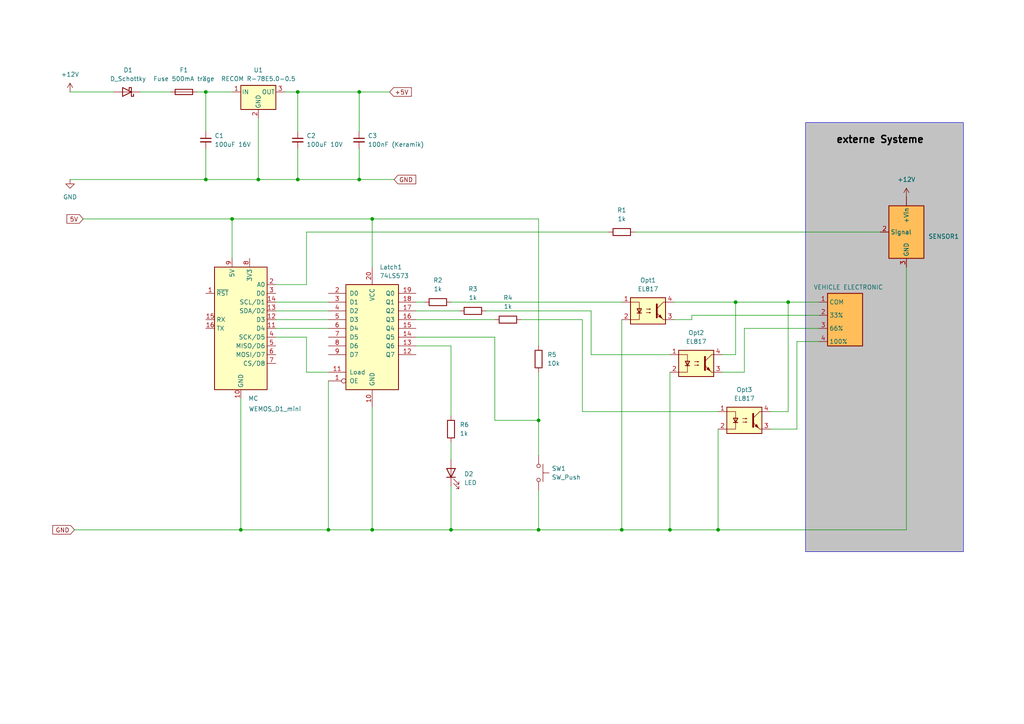
<source format=kicad_sch>
(kicad_sch
	(version 20250114)
	(generator "eeschema")
	(generator_version "9.0")
	(uuid "278c2947-fc47-4d9f-93d2-ae92a9364c42")
	(paper "A4")
	(title_block
		(title "Signalkonverter Supersense > CBE DS300")
		(date "2026-01-25")
		(rev "1")
	)
	(lib_symbols
		(symbol "74xx:74LS573"
			(pin_names
				(offset 1.016)
			)
			(exclude_from_sim no)
			(in_bom yes)
			(on_board yes)
			(property "Reference" "U"
				(at -7.62 16.51 0)
				(effects
					(font
						(size 1.27 1.27)
					)
				)
			)
			(property "Value" "74LS573"
				(at -7.62 -16.51 0)
				(effects
					(font
						(size 1.27 1.27)
					)
				)
			)
			(property "Footprint" ""
				(at 0 0 0)
				(effects
					(font
						(size 1.27 1.27)
					)
					(hide yes)
				)
			)
			(property "Datasheet" "74xx/74hc573.pdf"
				(at 0 0 0)
				(effects
					(font
						(size 1.27 1.27)
					)
					(hide yes)
				)
			)
			(property "Description" "8-bit Latch 3-state outputs"
				(at 0 0 0)
				(effects
					(font
						(size 1.27 1.27)
					)
					(hide yes)
				)
			)
			(property "ki_locked" ""
				(at 0 0 0)
				(effects
					(font
						(size 1.27 1.27)
					)
				)
			)
			(property "ki_keywords" "TTL DFF DFF8 LATCH 3State"
				(at 0 0 0)
				(effects
					(font
						(size 1.27 1.27)
					)
					(hide yes)
				)
			)
			(property "ki_fp_filters" "DIP?20*"
				(at 0 0 0)
				(effects
					(font
						(size 1.27 1.27)
					)
					(hide yes)
				)
			)
			(symbol "74LS573_1_0"
				(pin input line
					(at -12.7 12.7 0)
					(length 5.08)
					(name "D0"
						(effects
							(font
								(size 1.27 1.27)
							)
						)
					)
					(number "2"
						(effects
							(font
								(size 1.27 1.27)
							)
						)
					)
				)
				(pin input line
					(at -12.7 10.16 0)
					(length 5.08)
					(name "D1"
						(effects
							(font
								(size 1.27 1.27)
							)
						)
					)
					(number "3"
						(effects
							(font
								(size 1.27 1.27)
							)
						)
					)
				)
				(pin input line
					(at -12.7 7.62 0)
					(length 5.08)
					(name "D2"
						(effects
							(font
								(size 1.27 1.27)
							)
						)
					)
					(number "4"
						(effects
							(font
								(size 1.27 1.27)
							)
						)
					)
				)
				(pin input line
					(at -12.7 5.08 0)
					(length 5.08)
					(name "D3"
						(effects
							(font
								(size 1.27 1.27)
							)
						)
					)
					(number "5"
						(effects
							(font
								(size 1.27 1.27)
							)
						)
					)
				)
				(pin input line
					(at -12.7 2.54 0)
					(length 5.08)
					(name "D4"
						(effects
							(font
								(size 1.27 1.27)
							)
						)
					)
					(number "6"
						(effects
							(font
								(size 1.27 1.27)
							)
						)
					)
				)
				(pin input line
					(at -12.7 0 0)
					(length 5.08)
					(name "D5"
						(effects
							(font
								(size 1.27 1.27)
							)
						)
					)
					(number "7"
						(effects
							(font
								(size 1.27 1.27)
							)
						)
					)
				)
				(pin input line
					(at -12.7 -2.54 0)
					(length 5.08)
					(name "D6"
						(effects
							(font
								(size 1.27 1.27)
							)
						)
					)
					(number "8"
						(effects
							(font
								(size 1.27 1.27)
							)
						)
					)
				)
				(pin input line
					(at -12.7 -5.08 0)
					(length 5.08)
					(name "D7"
						(effects
							(font
								(size 1.27 1.27)
							)
						)
					)
					(number "9"
						(effects
							(font
								(size 1.27 1.27)
							)
						)
					)
				)
				(pin input line
					(at -12.7 -10.16 0)
					(length 5.08)
					(name "Load"
						(effects
							(font
								(size 1.27 1.27)
							)
						)
					)
					(number "11"
						(effects
							(font
								(size 1.27 1.27)
							)
						)
					)
				)
				(pin input inverted
					(at -12.7 -12.7 0)
					(length 5.08)
					(name "OE"
						(effects
							(font
								(size 1.27 1.27)
							)
						)
					)
					(number "1"
						(effects
							(font
								(size 1.27 1.27)
							)
						)
					)
				)
				(pin power_in line
					(at 0 20.32 270)
					(length 5.08)
					(name "VCC"
						(effects
							(font
								(size 1.27 1.27)
							)
						)
					)
					(number "20"
						(effects
							(font
								(size 1.27 1.27)
							)
						)
					)
				)
				(pin power_in line
					(at 0 -20.32 90)
					(length 5.08)
					(name "GND"
						(effects
							(font
								(size 1.27 1.27)
							)
						)
					)
					(number "10"
						(effects
							(font
								(size 1.27 1.27)
							)
						)
					)
				)
				(pin tri_state line
					(at 12.7 12.7 180)
					(length 5.08)
					(name "Q0"
						(effects
							(font
								(size 1.27 1.27)
							)
						)
					)
					(number "19"
						(effects
							(font
								(size 1.27 1.27)
							)
						)
					)
				)
				(pin tri_state line
					(at 12.7 10.16 180)
					(length 5.08)
					(name "Q1"
						(effects
							(font
								(size 1.27 1.27)
							)
						)
					)
					(number "18"
						(effects
							(font
								(size 1.27 1.27)
							)
						)
					)
				)
				(pin tri_state line
					(at 12.7 7.62 180)
					(length 5.08)
					(name "Q2"
						(effects
							(font
								(size 1.27 1.27)
							)
						)
					)
					(number "17"
						(effects
							(font
								(size 1.27 1.27)
							)
						)
					)
				)
				(pin tri_state line
					(at 12.7 5.08 180)
					(length 5.08)
					(name "Q3"
						(effects
							(font
								(size 1.27 1.27)
							)
						)
					)
					(number "16"
						(effects
							(font
								(size 1.27 1.27)
							)
						)
					)
				)
				(pin tri_state line
					(at 12.7 2.54 180)
					(length 5.08)
					(name "Q4"
						(effects
							(font
								(size 1.27 1.27)
							)
						)
					)
					(number "15"
						(effects
							(font
								(size 1.27 1.27)
							)
						)
					)
				)
				(pin tri_state line
					(at 12.7 0 180)
					(length 5.08)
					(name "Q5"
						(effects
							(font
								(size 1.27 1.27)
							)
						)
					)
					(number "14"
						(effects
							(font
								(size 1.27 1.27)
							)
						)
					)
				)
				(pin tri_state line
					(at 12.7 -2.54 180)
					(length 5.08)
					(name "Q6"
						(effects
							(font
								(size 1.27 1.27)
							)
						)
					)
					(number "13"
						(effects
							(font
								(size 1.27 1.27)
							)
						)
					)
				)
				(pin tri_state line
					(at 12.7 -5.08 180)
					(length 5.08)
					(name "Q7"
						(effects
							(font
								(size 1.27 1.27)
							)
						)
					)
					(number "12"
						(effects
							(font
								(size 1.27 1.27)
							)
						)
					)
				)
			)
			(symbol "74LS573_1_1"
				(rectangle
					(start -7.62 15.24)
					(end 7.62 -15.24)
					(stroke
						(width 0.254)
						(type default)
					)
					(fill
						(type background)
					)
				)
			)
			(embedded_fonts no)
		)
		(symbol "AM2302_1"
			(exclude_from_sim no)
			(in_bom yes)
			(on_board yes)
			(property "Reference" "VEHICLE ELECTRONIC"
				(at 9.144 11.938 0)
				(effects
					(font
						(size 1.27 1.27)
					)
					(justify right)
				)
			)
			(property "Value" "~"
				(at -6.35 -1.2699 0)
				(effects
					(font
						(size 1.27 1.27)
					)
					(justify right)
					(hide yes)
				)
			)
			(property "Footprint" "Sensor:ASAIR_AM2302_P2.54mm_Vertical"
				(at 0 -10.16 0)
				(effects
					(font
						(size 1.27 1.27)
					)
					(hide yes)
				)
			)
			(property "Datasheet" ""
				(at 3.81 6.35 0)
				(effects
					(font
						(size 1.27 1.27)
					)
					(hide yes)
				)
			)
			(property "Description" ""
				(at 0 0 0)
				(effects
					(font
						(size 1.27 1.27)
					)
					(hide yes)
				)
			)
			(property "ki_keywords" "digital sensor"
				(at 0 0 0)
				(effects
					(font
						(size 1.27 1.27)
					)
					(hide yes)
				)
			)
			(property "ki_fp_filters" "ASAIR*AM2302*P2.54mm*"
				(at 0 0 0)
				(effects
					(font
						(size 1.27 1.27)
					)
					(hide yes)
				)
			)
			(symbol "AM2302_1_0_1"
				(rectangle
					(start -5.08 10.16)
					(end 5.08 -5.08)
					(stroke
						(width 0.254)
						(type default)
					)
					(fill
						(type color)
						(color 255 190 90 1)
					)
				)
			)
			(symbol "AM2302_1_1_1"
				(pin passive line
					(at 0 -7.62 90)
					(length 2.54)
					(hide yes)
					(name "GND"
						(effects
							(font
								(size 1.27 1.27)
							)
						)
					)
					(number "4"
						(effects
							(font
								(size 1.27 1.27)
							)
						)
					)
				)
				(pin bidirectional line
					(at 7.62 7.62 180)
					(length 2.54)
					(name "COM"
						(effects
							(font
								(size 1.27 1.27)
							)
						)
					)
					(number "1"
						(effects
							(font
								(size 1.27 1.27)
							)
						)
					)
				)
				(pin bidirectional line
					(at 7.62 3.81 180)
					(length 2.54)
					(name "33%"
						(effects
							(font
								(size 1.27 1.27)
							)
						)
					)
					(number "2"
						(effects
							(font
								(size 1.27 1.27)
							)
						)
					)
				)
				(pin bidirectional line
					(at 7.62 0 180)
					(length 2.54)
					(name "66%"
						(effects
							(font
								(size 1.27 1.27)
							)
						)
					)
					(number "3"
						(effects
							(font
								(size 1.27 1.27)
							)
						)
					)
				)
				(pin bidirectional line
					(at 7.62 -3.81 180)
					(length 2.54)
					(name "100%"
						(effects
							(font
								(size 1.27 1.27)
							)
						)
					)
					(number "4"
						(effects
							(font
								(size 1.27 1.27)
							)
						)
					)
				)
			)
			(embedded_fonts no)
		)
		(symbol "Converter_DCDC:R-78E5.0-0.5"
			(pin_names
				(offset 0.254)
			)
			(exclude_from_sim no)
			(in_bom yes)
			(on_board yes)
			(property "Reference" "U"
				(at -3.81 3.175 0)
				(effects
					(font
						(size 1.27 1.27)
					)
				)
			)
			(property "Value" "R-78E5.0-0.5"
				(at 0 3.175 0)
				(effects
					(font
						(size 1.27 1.27)
					)
					(justify left)
				)
			)
			(property "Footprint" "Converter_DCDC:Converter_DCDC_RECOM_R-78E-0.5_THT"
				(at 1.27 -6.35 0)
				(effects
					(font
						(size 1.27 1.27)
						(italic yes)
					)
					(justify left)
					(hide yes)
				)
			)
			(property "Datasheet" "https://www.recom-power.com/pdf/Innoline/R-78Exx-0.5.pdf"
				(at 0 0 0)
				(effects
					(font
						(size 1.27 1.27)
					)
					(hide yes)
				)
			)
			(property "Description" "500mA Step-Down DC/DC-Regulator, 7-28V input, 5V fixed Output Voltage, LM78xx replacement, -40°C to +85°C, SIP3"
				(at 0 0 0)
				(effects
					(font
						(size 1.27 1.27)
					)
					(hide yes)
				)
			)
			(property "ki_keywords" "dc-dc recom Step-Down DC/DC-Regulator"
				(at 0 0 0)
				(effects
					(font
						(size 1.27 1.27)
					)
					(hide yes)
				)
			)
			(property "ki_fp_filters" "Converter*DCDC*RECOM*R*78E*0.5*"
				(at 0 0 0)
				(effects
					(font
						(size 1.27 1.27)
					)
					(hide yes)
				)
			)
			(symbol "R-78E5.0-0.5_0_1"
				(rectangle
					(start -5.08 1.905)
					(end 5.08 -5.08)
					(stroke
						(width 0.254)
						(type default)
					)
					(fill
						(type background)
					)
				)
			)
			(symbol "R-78E5.0-0.5_1_1"
				(pin power_in line
					(at -7.62 0 0)
					(length 2.54)
					(name "IN"
						(effects
							(font
								(size 1.27 1.27)
							)
						)
					)
					(number "1"
						(effects
							(font
								(size 1.27 1.27)
							)
						)
					)
				)
				(pin power_in line
					(at 0 -7.62 90)
					(length 2.54)
					(name "GND"
						(effects
							(font
								(size 1.27 1.27)
							)
						)
					)
					(number "2"
						(effects
							(font
								(size 1.27 1.27)
							)
						)
					)
				)
				(pin power_out line
					(at 7.62 0 180)
					(length 2.54)
					(name "OUT"
						(effects
							(font
								(size 1.27 1.27)
							)
						)
					)
					(number "3"
						(effects
							(font
								(size 1.27 1.27)
							)
						)
					)
				)
			)
			(embedded_fonts no)
		)
		(symbol "Device:C_Small"
			(pin_numbers
				(hide yes)
			)
			(pin_names
				(offset 0.254)
				(hide yes)
			)
			(exclude_from_sim no)
			(in_bom yes)
			(on_board yes)
			(property "Reference" "C"
				(at 0.254 1.778 0)
				(effects
					(font
						(size 1.27 1.27)
					)
					(justify left)
				)
			)
			(property "Value" "C_Small"
				(at 0.254 -2.032 0)
				(effects
					(font
						(size 1.27 1.27)
					)
					(justify left)
				)
			)
			(property "Footprint" ""
				(at 0 0 0)
				(effects
					(font
						(size 1.27 1.27)
					)
					(hide yes)
				)
			)
			(property "Datasheet" "~"
				(at 0 0 0)
				(effects
					(font
						(size 1.27 1.27)
					)
					(hide yes)
				)
			)
			(property "Description" "Unpolarized capacitor, small symbol"
				(at 0 0 0)
				(effects
					(font
						(size 1.27 1.27)
					)
					(hide yes)
				)
			)
			(property "ki_keywords" "capacitor cap"
				(at 0 0 0)
				(effects
					(font
						(size 1.27 1.27)
					)
					(hide yes)
				)
			)
			(property "ki_fp_filters" "C_*"
				(at 0 0 0)
				(effects
					(font
						(size 1.27 1.27)
					)
					(hide yes)
				)
			)
			(symbol "C_Small_0_1"
				(polyline
					(pts
						(xy -1.524 0.508) (xy 1.524 0.508)
					)
					(stroke
						(width 0.3048)
						(type default)
					)
					(fill
						(type none)
					)
				)
				(polyline
					(pts
						(xy -1.524 -0.508) (xy 1.524 -0.508)
					)
					(stroke
						(width 0.3302)
						(type default)
					)
					(fill
						(type none)
					)
				)
			)
			(symbol "C_Small_1_1"
				(pin passive line
					(at 0 2.54 270)
					(length 2.032)
					(name "~"
						(effects
							(font
								(size 1.27 1.27)
							)
						)
					)
					(number "1"
						(effects
							(font
								(size 1.27 1.27)
							)
						)
					)
				)
				(pin passive line
					(at 0 -2.54 90)
					(length 2.032)
					(name "~"
						(effects
							(font
								(size 1.27 1.27)
							)
						)
					)
					(number "2"
						(effects
							(font
								(size 1.27 1.27)
							)
						)
					)
				)
			)
			(embedded_fonts no)
		)
		(symbol "Device:D_Schottky"
			(pin_numbers
				(hide yes)
			)
			(pin_names
				(offset 1.016)
				(hide yes)
			)
			(exclude_from_sim no)
			(in_bom yes)
			(on_board yes)
			(property "Reference" "D"
				(at 0 2.54 0)
				(effects
					(font
						(size 1.27 1.27)
					)
				)
			)
			(property "Value" "D_Schottky"
				(at 0 -2.54 0)
				(effects
					(font
						(size 1.27 1.27)
					)
				)
			)
			(property "Footprint" ""
				(at 0 0 0)
				(effects
					(font
						(size 1.27 1.27)
					)
					(hide yes)
				)
			)
			(property "Datasheet" "~"
				(at 0 0 0)
				(effects
					(font
						(size 1.27 1.27)
					)
					(hide yes)
				)
			)
			(property "Description" "Schottky diode"
				(at 0 0 0)
				(effects
					(font
						(size 1.27 1.27)
					)
					(hide yes)
				)
			)
			(property "ki_keywords" "diode Schottky"
				(at 0 0 0)
				(effects
					(font
						(size 1.27 1.27)
					)
					(hide yes)
				)
			)
			(property "ki_fp_filters" "TO-???* *_Diode_* *SingleDiode* D_*"
				(at 0 0 0)
				(effects
					(font
						(size 1.27 1.27)
					)
					(hide yes)
				)
			)
			(symbol "D_Schottky_0_1"
				(polyline
					(pts
						(xy -1.905 0.635) (xy -1.905 1.27) (xy -1.27 1.27) (xy -1.27 -1.27) (xy -0.635 -1.27) (xy -0.635 -0.635)
					)
					(stroke
						(width 0.254)
						(type default)
					)
					(fill
						(type none)
					)
				)
				(polyline
					(pts
						(xy 1.27 1.27) (xy 1.27 -1.27) (xy -1.27 0) (xy 1.27 1.27)
					)
					(stroke
						(width 0.254)
						(type default)
					)
					(fill
						(type none)
					)
				)
				(polyline
					(pts
						(xy 1.27 0) (xy -1.27 0)
					)
					(stroke
						(width 0)
						(type default)
					)
					(fill
						(type none)
					)
				)
			)
			(symbol "D_Schottky_1_1"
				(pin passive line
					(at -3.81 0 0)
					(length 2.54)
					(name "K"
						(effects
							(font
								(size 1.27 1.27)
							)
						)
					)
					(number "1"
						(effects
							(font
								(size 1.27 1.27)
							)
						)
					)
				)
				(pin passive line
					(at 3.81 0 180)
					(length 2.54)
					(name "A"
						(effects
							(font
								(size 1.27 1.27)
							)
						)
					)
					(number "2"
						(effects
							(font
								(size 1.27 1.27)
							)
						)
					)
				)
			)
			(embedded_fonts no)
		)
		(symbol "Device:Fuse"
			(pin_numbers
				(hide yes)
			)
			(pin_names
				(offset 0)
			)
			(exclude_from_sim no)
			(in_bom yes)
			(on_board yes)
			(property "Reference" "F"
				(at 2.032 0 90)
				(effects
					(font
						(size 1.27 1.27)
					)
				)
			)
			(property "Value" "Fuse"
				(at -1.905 0 90)
				(effects
					(font
						(size 1.27 1.27)
					)
				)
			)
			(property "Footprint" ""
				(at -1.778 0 90)
				(effects
					(font
						(size 1.27 1.27)
					)
					(hide yes)
				)
			)
			(property "Datasheet" "~"
				(at 0 0 0)
				(effects
					(font
						(size 1.27 1.27)
					)
					(hide yes)
				)
			)
			(property "Description" "Fuse"
				(at 0 0 0)
				(effects
					(font
						(size 1.27 1.27)
					)
					(hide yes)
				)
			)
			(property "ki_keywords" "fuse"
				(at 0 0 0)
				(effects
					(font
						(size 1.27 1.27)
					)
					(hide yes)
				)
			)
			(property "ki_fp_filters" "*Fuse*"
				(at 0 0 0)
				(effects
					(font
						(size 1.27 1.27)
					)
					(hide yes)
				)
			)
			(symbol "Fuse_0_1"
				(rectangle
					(start -0.762 -2.54)
					(end 0.762 2.54)
					(stroke
						(width 0.254)
						(type default)
					)
					(fill
						(type none)
					)
				)
				(polyline
					(pts
						(xy 0 2.54) (xy 0 -2.54)
					)
					(stroke
						(width 0)
						(type default)
					)
					(fill
						(type none)
					)
				)
			)
			(symbol "Fuse_1_1"
				(pin passive line
					(at 0 3.81 270)
					(length 1.27)
					(name "~"
						(effects
							(font
								(size 1.27 1.27)
							)
						)
					)
					(number "1"
						(effects
							(font
								(size 1.27 1.27)
							)
						)
					)
				)
				(pin passive line
					(at 0 -3.81 90)
					(length 1.27)
					(name "~"
						(effects
							(font
								(size 1.27 1.27)
							)
						)
					)
					(number "2"
						(effects
							(font
								(size 1.27 1.27)
							)
						)
					)
				)
			)
			(embedded_fonts no)
		)
		(symbol "Device:LED"
			(pin_numbers
				(hide yes)
			)
			(pin_names
				(offset 1.016)
				(hide yes)
			)
			(exclude_from_sim no)
			(in_bom yes)
			(on_board yes)
			(property "Reference" "D"
				(at 0 2.54 0)
				(effects
					(font
						(size 1.27 1.27)
					)
				)
			)
			(property "Value" "LED"
				(at 0 -2.54 0)
				(effects
					(font
						(size 1.27 1.27)
					)
				)
			)
			(property "Footprint" ""
				(at 0 0 0)
				(effects
					(font
						(size 1.27 1.27)
					)
					(hide yes)
				)
			)
			(property "Datasheet" "~"
				(at 0 0 0)
				(effects
					(font
						(size 1.27 1.27)
					)
					(hide yes)
				)
			)
			(property "Description" "Light emitting diode"
				(at 0 0 0)
				(effects
					(font
						(size 1.27 1.27)
					)
					(hide yes)
				)
			)
			(property "Sim.Pins" "1=K 2=A"
				(at 0 0 0)
				(effects
					(font
						(size 1.27 1.27)
					)
					(hide yes)
				)
			)
			(property "ki_keywords" "LED diode"
				(at 0 0 0)
				(effects
					(font
						(size 1.27 1.27)
					)
					(hide yes)
				)
			)
			(property "ki_fp_filters" "LED* LED_SMD:* LED_THT:*"
				(at 0 0 0)
				(effects
					(font
						(size 1.27 1.27)
					)
					(hide yes)
				)
			)
			(symbol "LED_0_1"
				(polyline
					(pts
						(xy -3.048 -0.762) (xy -4.572 -2.286) (xy -3.81 -2.286) (xy -4.572 -2.286) (xy -4.572 -1.524)
					)
					(stroke
						(width 0)
						(type default)
					)
					(fill
						(type none)
					)
				)
				(polyline
					(pts
						(xy -1.778 -0.762) (xy -3.302 -2.286) (xy -2.54 -2.286) (xy -3.302 -2.286) (xy -3.302 -1.524)
					)
					(stroke
						(width 0)
						(type default)
					)
					(fill
						(type none)
					)
				)
				(polyline
					(pts
						(xy -1.27 0) (xy 1.27 0)
					)
					(stroke
						(width 0)
						(type default)
					)
					(fill
						(type none)
					)
				)
				(polyline
					(pts
						(xy -1.27 -1.27) (xy -1.27 1.27)
					)
					(stroke
						(width 0.254)
						(type default)
					)
					(fill
						(type none)
					)
				)
				(polyline
					(pts
						(xy 1.27 -1.27) (xy 1.27 1.27) (xy -1.27 0) (xy 1.27 -1.27)
					)
					(stroke
						(width 0.254)
						(type default)
					)
					(fill
						(type none)
					)
				)
			)
			(symbol "LED_1_1"
				(pin passive line
					(at -3.81 0 0)
					(length 2.54)
					(name "K"
						(effects
							(font
								(size 1.27 1.27)
							)
						)
					)
					(number "1"
						(effects
							(font
								(size 1.27 1.27)
							)
						)
					)
				)
				(pin passive line
					(at 3.81 0 180)
					(length 2.54)
					(name "A"
						(effects
							(font
								(size 1.27 1.27)
							)
						)
					)
					(number "2"
						(effects
							(font
								(size 1.27 1.27)
							)
						)
					)
				)
			)
			(embedded_fonts no)
		)
		(symbol "Device:R"
			(pin_numbers
				(hide yes)
			)
			(pin_names
				(offset 0)
			)
			(exclude_from_sim no)
			(in_bom yes)
			(on_board yes)
			(property "Reference" "R"
				(at 2.032 0 90)
				(effects
					(font
						(size 1.27 1.27)
					)
				)
			)
			(property "Value" "R"
				(at 0 0 90)
				(effects
					(font
						(size 1.27 1.27)
					)
				)
			)
			(property "Footprint" ""
				(at -1.778 0 90)
				(effects
					(font
						(size 1.27 1.27)
					)
					(hide yes)
				)
			)
			(property "Datasheet" "~"
				(at 0 0 0)
				(effects
					(font
						(size 1.27 1.27)
					)
					(hide yes)
				)
			)
			(property "Description" "Resistor"
				(at 0 0 0)
				(effects
					(font
						(size 1.27 1.27)
					)
					(hide yes)
				)
			)
			(property "ki_keywords" "R res resistor"
				(at 0 0 0)
				(effects
					(font
						(size 1.27 1.27)
					)
					(hide yes)
				)
			)
			(property "ki_fp_filters" "R_*"
				(at 0 0 0)
				(effects
					(font
						(size 1.27 1.27)
					)
					(hide yes)
				)
			)
			(symbol "R_0_1"
				(rectangle
					(start -1.016 -2.54)
					(end 1.016 2.54)
					(stroke
						(width 0.254)
						(type default)
					)
					(fill
						(type none)
					)
				)
			)
			(symbol "R_1_1"
				(pin passive line
					(at 0 3.81 270)
					(length 1.27)
					(name "~"
						(effects
							(font
								(size 1.27 1.27)
							)
						)
					)
					(number "1"
						(effects
							(font
								(size 1.27 1.27)
							)
						)
					)
				)
				(pin passive line
					(at 0 -3.81 90)
					(length 1.27)
					(name "~"
						(effects
							(font
								(size 1.27 1.27)
							)
						)
					)
					(number "2"
						(effects
							(font
								(size 1.27 1.27)
							)
						)
					)
				)
			)
			(embedded_fonts no)
		)
		(symbol "Isolator:EL817"
			(pin_names
				(offset 1.016)
			)
			(exclude_from_sim no)
			(in_bom yes)
			(on_board yes)
			(property "Reference" "U"
				(at -5.08 5.08 0)
				(effects
					(font
						(size 1.27 1.27)
					)
					(justify left)
				)
			)
			(property "Value" "EL817"
				(at 0 5.08 0)
				(effects
					(font
						(size 1.27 1.27)
					)
					(justify left)
				)
			)
			(property "Footprint" "Package_DIP:DIP-4_W7.62mm"
				(at -5.08 -5.08 0)
				(effects
					(font
						(size 1.27 1.27)
						(italic yes)
					)
					(justify left)
					(hide yes)
				)
			)
			(property "Datasheet" "http://www.everlight.com/file/ProductFile/EL817.pdf"
				(at 0 0 0)
				(effects
					(font
						(size 1.27 1.27)
					)
					(justify left)
					(hide yes)
				)
			)
			(property "Description" "DC Optocoupler, Vce 35V, DIP-4"
				(at 0 0 0)
				(effects
					(font
						(size 1.27 1.27)
					)
					(hide yes)
				)
			)
			(property "ki_keywords" "NPN DC Optocoupler"
				(at 0 0 0)
				(effects
					(font
						(size 1.27 1.27)
					)
					(hide yes)
				)
			)
			(property "ki_fp_filters" "DIP*W7.62mm*"
				(at 0 0 0)
				(effects
					(font
						(size 1.27 1.27)
					)
					(hide yes)
				)
			)
			(symbol "EL817_0_1"
				(rectangle
					(start -5.08 3.81)
					(end 5.08 -3.81)
					(stroke
						(width 0.254)
						(type default)
					)
					(fill
						(type background)
					)
				)
				(polyline
					(pts
						(xy -5.08 2.54) (xy -2.54 2.54) (xy -2.54 -0.635)
					)
					(stroke
						(width 0)
						(type default)
					)
					(fill
						(type none)
					)
				)
				(polyline
					(pts
						(xy -3.175 -0.635) (xy -1.905 -0.635)
					)
					(stroke
						(width 0.254)
						(type default)
					)
					(fill
						(type none)
					)
				)
				(polyline
					(pts
						(xy -2.54 -0.635) (xy -2.54 -2.54) (xy -5.08 -2.54)
					)
					(stroke
						(width 0)
						(type default)
					)
					(fill
						(type none)
					)
				)
				(polyline
					(pts
						(xy -2.54 -0.635) (xy -3.175 0.635) (xy -1.905 0.635) (xy -2.54 -0.635)
					)
					(stroke
						(width 0.254)
						(type default)
					)
					(fill
						(type none)
					)
				)
				(polyline
					(pts
						(xy -0.508 0.508) (xy 0.762 0.508) (xy 0.381 0.381) (xy 0.381 0.635) (xy 0.762 0.508)
					)
					(stroke
						(width 0)
						(type default)
					)
					(fill
						(type none)
					)
				)
				(polyline
					(pts
						(xy -0.508 -0.508) (xy 0.762 -0.508) (xy 0.381 -0.635) (xy 0.381 -0.381) (xy 0.762 -0.508)
					)
					(stroke
						(width 0)
						(type default)
					)
					(fill
						(type none)
					)
				)
				(polyline
					(pts
						(xy 2.54 1.905) (xy 2.54 -1.905)
					)
					(stroke
						(width 0.508)
						(type default)
					)
					(fill
						(type none)
					)
				)
				(polyline
					(pts
						(xy 2.54 0.635) (xy 4.445 2.54)
					)
					(stroke
						(width 0)
						(type default)
					)
					(fill
						(type none)
					)
				)
				(polyline
					(pts
						(xy 3.048 -1.651) (xy 3.556 -1.143) (xy 4.064 -2.159) (xy 3.048 -1.651)
					)
					(stroke
						(width 0)
						(type default)
					)
					(fill
						(type outline)
					)
				)
				(polyline
					(pts
						(xy 4.445 2.54) (xy 5.08 2.54)
					)
					(stroke
						(width 0)
						(type default)
					)
					(fill
						(type none)
					)
				)
				(polyline
					(pts
						(xy 4.445 -2.54) (xy 2.54 -0.635)
					)
					(stroke
						(width 0)
						(type default)
					)
					(fill
						(type outline)
					)
				)
				(polyline
					(pts
						(xy 4.445 -2.54) (xy 5.08 -2.54)
					)
					(stroke
						(width 0)
						(type default)
					)
					(fill
						(type none)
					)
				)
			)
			(symbol "EL817_1_1"
				(pin passive line
					(at -7.62 2.54 0)
					(length 2.54)
					(name "~"
						(effects
							(font
								(size 1.27 1.27)
							)
						)
					)
					(number "1"
						(effects
							(font
								(size 1.27 1.27)
							)
						)
					)
				)
				(pin passive line
					(at -7.62 -2.54 0)
					(length 2.54)
					(name "~"
						(effects
							(font
								(size 1.27 1.27)
							)
						)
					)
					(number "2"
						(effects
							(font
								(size 1.27 1.27)
							)
						)
					)
				)
				(pin passive line
					(at 7.62 2.54 180)
					(length 2.54)
					(name "~"
						(effects
							(font
								(size 1.27 1.27)
							)
						)
					)
					(number "4"
						(effects
							(font
								(size 1.27 1.27)
							)
						)
					)
				)
				(pin passive line
					(at 7.62 -2.54 180)
					(length 2.54)
					(name "~"
						(effects
							(font
								(size 1.27 1.27)
							)
						)
					)
					(number "3"
						(effects
							(font
								(size 1.27 1.27)
							)
						)
					)
				)
			)
			(embedded_fonts no)
		)
		(symbol "RF_Module:WEMOS_D1_mini"
			(exclude_from_sim no)
			(in_bom yes)
			(on_board yes)
			(property "Reference" "U"
				(at 3.81 19.05 0)
				(effects
					(font
						(size 1.27 1.27)
					)
					(justify left)
				)
			)
			(property "Value" "WEMOS_D1_mini"
				(at 1.27 -19.05 0)
				(effects
					(font
						(size 1.27 1.27)
					)
					(justify left)
				)
			)
			(property "Footprint" "RF_Module:WEMOS_D1_mini_light"
				(at 0 -29.21 0)
				(effects
					(font
						(size 1.27 1.27)
					)
					(hide yes)
				)
			)
			(property "Datasheet" "https://wiki.wemos.cc/products:d1:d1_mini#documentation"
				(at -46.99 -29.21 0)
				(effects
					(font
						(size 1.27 1.27)
					)
					(hide yes)
				)
			)
			(property "Description" "32-bit microcontroller module with WiFi"
				(at 0 0 0)
				(effects
					(font
						(size 1.27 1.27)
					)
					(hide yes)
				)
			)
			(property "ki_keywords" "ESP8266 WiFi microcontroller ESP8266EX"
				(at 0 0 0)
				(effects
					(font
						(size 1.27 1.27)
					)
					(hide yes)
				)
			)
			(property "ki_fp_filters" "WEMOS*D1*mini*"
				(at 0 0 0)
				(effects
					(font
						(size 1.27 1.27)
					)
					(hide yes)
				)
			)
			(symbol "WEMOS_D1_mini_1_1"
				(rectangle
					(start -7.62 17.78)
					(end 7.62 -17.78)
					(stroke
						(width 0.254)
						(type default)
					)
					(fill
						(type background)
					)
				)
				(pin input line
					(at -10.16 10.16 0)
					(length 2.54)
					(name "~{RST}"
						(effects
							(font
								(size 1.27 1.27)
							)
						)
					)
					(number "1"
						(effects
							(font
								(size 1.27 1.27)
							)
						)
					)
				)
				(pin input line
					(at -10.16 2.54 0)
					(length 2.54)
					(name "RX"
						(effects
							(font
								(size 1.27 1.27)
							)
						)
					)
					(number "15"
						(effects
							(font
								(size 1.27 1.27)
							)
						)
					)
				)
				(pin output line
					(at -10.16 0 0)
					(length 2.54)
					(name "TX"
						(effects
							(font
								(size 1.27 1.27)
							)
						)
					)
					(number "16"
						(effects
							(font
								(size 1.27 1.27)
							)
						)
					)
				)
				(pin power_in line
					(at -2.54 20.32 270)
					(length 2.54)
					(name "5V"
						(effects
							(font
								(size 1.27 1.27)
							)
						)
					)
					(number "9"
						(effects
							(font
								(size 1.27 1.27)
							)
						)
					)
				)
				(pin power_in line
					(at 0 -20.32 90)
					(length 2.54)
					(name "GND"
						(effects
							(font
								(size 1.27 1.27)
							)
						)
					)
					(number "10"
						(effects
							(font
								(size 1.27 1.27)
							)
						)
					)
				)
				(pin power_out line
					(at 2.54 20.32 270)
					(length 2.54)
					(name "3V3"
						(effects
							(font
								(size 1.27 1.27)
							)
						)
					)
					(number "8"
						(effects
							(font
								(size 1.27 1.27)
							)
						)
					)
				)
				(pin input line
					(at 10.16 12.7 180)
					(length 2.54)
					(name "A0"
						(effects
							(font
								(size 1.27 1.27)
							)
						)
					)
					(number "2"
						(effects
							(font
								(size 1.27 1.27)
							)
						)
					)
				)
				(pin bidirectional line
					(at 10.16 10.16 180)
					(length 2.54)
					(name "D0"
						(effects
							(font
								(size 1.27 1.27)
							)
						)
					)
					(number "3"
						(effects
							(font
								(size 1.27 1.27)
							)
						)
					)
				)
				(pin bidirectional line
					(at 10.16 7.62 180)
					(length 2.54)
					(name "SCL/D1"
						(effects
							(font
								(size 1.27 1.27)
							)
						)
					)
					(number "14"
						(effects
							(font
								(size 1.27 1.27)
							)
						)
					)
				)
				(pin bidirectional line
					(at 10.16 5.08 180)
					(length 2.54)
					(name "SDA/D2"
						(effects
							(font
								(size 1.27 1.27)
							)
						)
					)
					(number "13"
						(effects
							(font
								(size 1.27 1.27)
							)
						)
					)
				)
				(pin bidirectional line
					(at 10.16 2.54 180)
					(length 2.54)
					(name "D3"
						(effects
							(font
								(size 1.27 1.27)
							)
						)
					)
					(number "12"
						(effects
							(font
								(size 1.27 1.27)
							)
						)
					)
				)
				(pin bidirectional line
					(at 10.16 0 180)
					(length 2.54)
					(name "D4"
						(effects
							(font
								(size 1.27 1.27)
							)
						)
					)
					(number "11"
						(effects
							(font
								(size 1.27 1.27)
							)
						)
					)
				)
				(pin bidirectional line
					(at 10.16 -2.54 180)
					(length 2.54)
					(name "SCK/D5"
						(effects
							(font
								(size 1.27 1.27)
							)
						)
					)
					(number "4"
						(effects
							(font
								(size 1.27 1.27)
							)
						)
					)
				)
				(pin bidirectional line
					(at 10.16 -5.08 180)
					(length 2.54)
					(name "MISO/D6"
						(effects
							(font
								(size 1.27 1.27)
							)
						)
					)
					(number "5"
						(effects
							(font
								(size 1.27 1.27)
							)
						)
					)
				)
				(pin bidirectional line
					(at 10.16 -7.62 180)
					(length 2.54)
					(name "MOSI/D7"
						(effects
							(font
								(size 1.27 1.27)
							)
						)
					)
					(number "6"
						(effects
							(font
								(size 1.27 1.27)
							)
						)
					)
				)
				(pin bidirectional line
					(at 10.16 -10.16 180)
					(length 2.54)
					(name "CS/D8"
						(effects
							(font
								(size 1.27 1.27)
							)
						)
					)
					(number "7"
						(effects
							(font
								(size 1.27 1.27)
							)
						)
					)
				)
			)
			(embedded_fonts no)
		)
		(symbol "Sensor:AM2302"
			(exclude_from_sim no)
			(in_bom yes)
			(on_board yes)
			(property "Reference" "SENSOR1"
				(at -6.35 1.2701 0)
				(effects
					(font
						(size 1.27 1.27)
					)
					(justify right)
				)
			)
			(property "Value" "~"
				(at -6.35 -1.2699 0)
				(effects
					(font
						(size 1.27 1.27)
					)
					(justify right)
					(hide yes)
				)
			)
			(property "Footprint" "Sensor:ASAIR_AM2302_P2.54mm_Vertical"
				(at 0 -10.16 0)
				(effects
					(font
						(size 1.27 1.27)
					)
					(hide yes)
				)
			)
			(property "Datasheet" ""
				(at 3.81 6.35 0)
				(effects
					(font
						(size 1.27 1.27)
					)
					(hide yes)
				)
			)
			(property "Description" ""
				(at 0 0 0)
				(effects
					(font
						(size 1.27 1.27)
					)
					(hide yes)
				)
			)
			(property "ki_keywords" "digital sensor"
				(at 0 0 0)
				(effects
					(font
						(size 1.27 1.27)
					)
					(hide yes)
				)
			)
			(property "ki_fp_filters" "ASAIR*AM2302*P2.54mm*"
				(at 0 0 0)
				(effects
					(font
						(size 1.27 1.27)
					)
					(hide yes)
				)
			)
			(symbol "AM2302_0_1"
				(rectangle
					(start -5.08 10.16)
					(end 5.08 -5.08)
					(stroke
						(width 0.254)
						(type default)
					)
					(fill
						(type color)
						(color 255 190 90 1)
					)
				)
			)
			(symbol "AM2302_1_1"
				(pin power_in line
					(at 0 12.7 270)
					(length 2.54)
					(name "+Vin"
						(effects
							(font
								(size 1.27 1.27)
							)
						)
					)
					(number ""
						(effects
							(font
								(size 1.27 1.27)
							)
						)
					)
				)
				(pin power_in line
					(at 0 -7.62 90)
					(length 2.54)
					(name "GND"
						(effects
							(font
								(size 1.27 1.27)
							)
						)
					)
					(number "3"
						(effects
							(font
								(size 1.27 1.27)
							)
						)
					)
				)
				(pin passive line
					(at 0 -7.62 90)
					(length 2.54)
					(hide yes)
					(name "GND"
						(effects
							(font
								(size 1.27 1.27)
							)
						)
					)
					(number "4"
						(effects
							(font
								(size 1.27 1.27)
							)
						)
					)
				)
				(pin output line
					(at 7.62 2.54 180)
					(length 2.54)
					(name "Signal"
						(effects
							(font
								(size 1.27 1.27)
							)
						)
					)
					(number "2"
						(effects
							(font
								(size 1.27 1.27)
							)
						)
					)
				)
			)
			(embedded_fonts no)
		)
		(symbol "Switch:SW_Push"
			(pin_numbers
				(hide yes)
			)
			(pin_names
				(offset 1.016)
				(hide yes)
			)
			(exclude_from_sim no)
			(in_bom yes)
			(on_board yes)
			(property "Reference" "SW"
				(at 1.27 2.54 0)
				(effects
					(font
						(size 1.27 1.27)
					)
					(justify left)
				)
			)
			(property "Value" "SW_Push"
				(at 0 -1.524 0)
				(effects
					(font
						(size 1.27 1.27)
					)
				)
			)
			(property "Footprint" ""
				(at 0 5.08 0)
				(effects
					(font
						(size 1.27 1.27)
					)
					(hide yes)
				)
			)
			(property "Datasheet" "~"
				(at 0 5.08 0)
				(effects
					(font
						(size 1.27 1.27)
					)
					(hide yes)
				)
			)
			(property "Description" "Push button switch, generic, two pins"
				(at 0 0 0)
				(effects
					(font
						(size 1.27 1.27)
					)
					(hide yes)
				)
			)
			(property "ki_keywords" "switch normally-open pushbutton push-button"
				(at 0 0 0)
				(effects
					(font
						(size 1.27 1.27)
					)
					(hide yes)
				)
			)
			(symbol "SW_Push_0_1"
				(circle
					(center -2.032 0)
					(radius 0.508)
					(stroke
						(width 0)
						(type default)
					)
					(fill
						(type none)
					)
				)
				(polyline
					(pts
						(xy 0 1.27) (xy 0 3.048)
					)
					(stroke
						(width 0)
						(type default)
					)
					(fill
						(type none)
					)
				)
				(circle
					(center 2.032 0)
					(radius 0.508)
					(stroke
						(width 0)
						(type default)
					)
					(fill
						(type none)
					)
				)
				(polyline
					(pts
						(xy 2.54 1.27) (xy -2.54 1.27)
					)
					(stroke
						(width 0)
						(type default)
					)
					(fill
						(type none)
					)
				)
				(pin passive line
					(at -5.08 0 0)
					(length 2.54)
					(name "1"
						(effects
							(font
								(size 1.27 1.27)
							)
						)
					)
					(number "1"
						(effects
							(font
								(size 1.27 1.27)
							)
						)
					)
				)
				(pin passive line
					(at 5.08 0 180)
					(length 2.54)
					(name "2"
						(effects
							(font
								(size 1.27 1.27)
							)
						)
					)
					(number "2"
						(effects
							(font
								(size 1.27 1.27)
							)
						)
					)
				)
			)
			(embedded_fonts no)
		)
		(symbol "power:+12V"
			(power)
			(pin_numbers
				(hide yes)
			)
			(pin_names
				(offset 0)
				(hide yes)
			)
			(exclude_from_sim no)
			(in_bom yes)
			(on_board yes)
			(property "Reference" "#PWR"
				(at 0 -3.81 0)
				(effects
					(font
						(size 1.27 1.27)
					)
					(hide yes)
				)
			)
			(property "Value" "+12V"
				(at 0 3.556 0)
				(effects
					(font
						(size 1.27 1.27)
					)
				)
			)
			(property "Footprint" ""
				(at 0 0 0)
				(effects
					(font
						(size 1.27 1.27)
					)
					(hide yes)
				)
			)
			(property "Datasheet" ""
				(at 0 0 0)
				(effects
					(font
						(size 1.27 1.27)
					)
					(hide yes)
				)
			)
			(property "Description" "Power symbol creates a global label with name \"+12V\""
				(at 0 0 0)
				(effects
					(font
						(size 1.27 1.27)
					)
					(hide yes)
				)
			)
			(property "ki_keywords" "global power"
				(at 0 0 0)
				(effects
					(font
						(size 1.27 1.27)
					)
					(hide yes)
				)
			)
			(symbol "+12V_0_1"
				(polyline
					(pts
						(xy -0.762 1.27) (xy 0 2.54)
					)
					(stroke
						(width 0)
						(type default)
					)
					(fill
						(type none)
					)
				)
				(polyline
					(pts
						(xy 0 2.54) (xy 0.762 1.27)
					)
					(stroke
						(width 0)
						(type default)
					)
					(fill
						(type none)
					)
				)
				(polyline
					(pts
						(xy 0 0) (xy 0 2.54)
					)
					(stroke
						(width 0)
						(type default)
					)
					(fill
						(type none)
					)
				)
			)
			(symbol "+12V_1_1"
				(pin power_in line
					(at 0 0 90)
					(length 0)
					(name "~"
						(effects
							(font
								(size 1.27 1.27)
							)
						)
					)
					(number "1"
						(effects
							(font
								(size 1.27 1.27)
							)
						)
					)
				)
			)
			(embedded_fonts no)
		)
		(symbol "power:GND"
			(power)
			(pin_numbers
				(hide yes)
			)
			(pin_names
				(offset 0)
				(hide yes)
			)
			(exclude_from_sim no)
			(in_bom yes)
			(on_board yes)
			(property "Reference" "#PWR"
				(at 0 -6.35 0)
				(effects
					(font
						(size 1.27 1.27)
					)
					(hide yes)
				)
			)
			(property "Value" "GND"
				(at 0 -3.81 0)
				(effects
					(font
						(size 1.27 1.27)
					)
				)
			)
			(property "Footprint" ""
				(at 0 0 0)
				(effects
					(font
						(size 1.27 1.27)
					)
					(hide yes)
				)
			)
			(property "Datasheet" ""
				(at 0 0 0)
				(effects
					(font
						(size 1.27 1.27)
					)
					(hide yes)
				)
			)
			(property "Description" "Power symbol creates a global label with name \"GND\" , ground"
				(at 0 0 0)
				(effects
					(font
						(size 1.27 1.27)
					)
					(hide yes)
				)
			)
			(property "ki_keywords" "global power"
				(at 0 0 0)
				(effects
					(font
						(size 1.27 1.27)
					)
					(hide yes)
				)
			)
			(symbol "GND_0_1"
				(polyline
					(pts
						(xy 0 0) (xy 0 -1.27) (xy 1.27 -1.27) (xy 0 -2.54) (xy -1.27 -1.27) (xy 0 -1.27)
					)
					(stroke
						(width 0)
						(type default)
					)
					(fill
						(type none)
					)
				)
			)
			(symbol "GND_1_1"
				(pin power_in line
					(at 0 0 270)
					(length 0)
					(name "~"
						(effects
							(font
								(size 1.27 1.27)
							)
						)
					)
					(number "1"
						(effects
							(font
								(size 1.27 1.27)
							)
						)
					)
				)
			)
			(embedded_fonts no)
		)
	)
	(rectangle
		(start 233.68 35.56)
		(end 279.4 160.02)
		(stroke
			(width 0)
			(type default)
		)
		(fill
			(type color)
			(color 194 194 194 1)
		)
		(uuid 01a2dd4b-20c7-4c2d-ba9a-1557df55be5c)
	)
	(text "externe Systeme"
		(exclude_from_sim no)
		(at 255.27 40.64 0)
		(effects
			(font
				(size 2.032 2.032)
				(thickness 0.4064)
				(bold yes)
				(color 0 0 0 1)
			)
		)
		(uuid "be15e2c7-00aa-4c40-8b19-66f1fd1e5789")
	)
	(junction
		(at 104.1932 52.07)
		(diameter 0)
		(color 0 0 0 0)
		(uuid "02669bc2-ae63-4c67-95e1-02d12185d5b4")
	)
	(junction
		(at 86.36 52.07)
		(diameter 0)
		(color 0 0 0 0)
		(uuid "061df5d1-b677-4003-9ff0-37d65cbb9336")
	)
	(junction
		(at 86.36 26.67)
		(diameter 0)
		(color 0 0 0 0)
		(uuid "184266ef-c509-466a-bb67-0e96b285014e")
	)
	(junction
		(at 95.25 153.67)
		(diameter 0)
		(color 0 0 0 0)
		(uuid "193a1d3c-bb31-4a13-a070-5e50212bd5aa")
	)
	(junction
		(at 180.34 153.67)
		(diameter 0)
		(color 0 0 0 0)
		(uuid "3df0d1a7-f9da-4cb2-8296-a7ad438a679f")
	)
	(junction
		(at 130.81 153.67)
		(diameter 0)
		(color 0 0 0 0)
		(uuid "42258bf8-c3b7-421e-8506-56570d8450b3")
	)
	(junction
		(at 107.95 153.67)
		(diameter 0)
		(color 0 0 0 0)
		(uuid "491c3c5d-7cc7-4094-a34b-96d5e42c7d61")
	)
	(junction
		(at 59.69 26.67)
		(diameter 0)
		(color 0 0 0 0)
		(uuid "4bcc7cbf-6c9a-401f-8640-7fc8e60375c1")
	)
	(junction
		(at 228.6 87.63)
		(diameter 0)
		(color 0 0 0 0)
		(uuid "4dadae45-8db8-4587-a393-87d6b685c07f")
	)
	(junction
		(at 156.21 153.67)
		(diameter 0)
		(color 0 0 0 0)
		(uuid "53144cc9-17bd-45bd-8aa8-00e71e0301d2")
	)
	(junction
		(at 67.31 63.5)
		(diameter 0)
		(color 0 0 0 0)
		(uuid "5d11aa40-71a9-456b-bf62-ad6b9c21ce83")
	)
	(junction
		(at 69.85 153.67)
		(diameter 0)
		(color 0 0 0 0)
		(uuid "76fa3bbd-2567-4231-852c-dffed1296ffa")
	)
	(junction
		(at 213.36 87.63)
		(diameter 0)
		(color 0 0 0 0)
		(uuid "87653797-91c6-4102-9d41-b645f44a8ac5")
	)
	(junction
		(at 59.69 52.07)
		(diameter 0)
		(color 0 0 0 0)
		(uuid "ab4e93f6-95af-4c5e-8e04-5df6df366ac3")
	)
	(junction
		(at 156.21 121.92)
		(diameter 0)
		(color 0 0 0 0)
		(uuid "b5b6387d-d330-43f6-bfbe-01f2a8c23119")
	)
	(junction
		(at 104.1932 26.67)
		(diameter 0)
		(color 0 0 0 0)
		(uuid "b8005fc7-f638-46b5-8fca-1c9384e0ca92")
	)
	(junction
		(at 74.93 52.07)
		(diameter 0)
		(color 0 0 0 0)
		(uuid "b90885bf-ccf0-46e4-adb0-f012b575069f")
	)
	(junction
		(at 107.95 63.5)
		(diameter 0)
		(color 0 0 0 0)
		(uuid "c9957fc8-ae29-4114-99bd-bc9eb1e95423")
	)
	(junction
		(at 194.31 153.67)
		(diameter 0)
		(color 0 0 0 0)
		(uuid "cc5c0b61-9fea-4a3e-a9d2-628331678d03")
	)
	(junction
		(at 208.28 153.67)
		(diameter 0)
		(color 0 0 0 0)
		(uuid "d5f66e64-37e2-49ed-af8b-4d7f864c07f5")
	)
	(wire
		(pts
			(xy 107.95 153.67) (xy 95.25 153.67)
		)
		(stroke
			(width 0)
			(type default)
		)
		(uuid "005817b6-2710-4ed0-8a42-401c875903fa")
	)
	(wire
		(pts
			(xy 120.65 90.17) (xy 133.35 90.17)
		)
		(stroke
			(width 0)
			(type default)
		)
		(uuid "04695f5b-e85e-410f-bda0-b15236a242d5")
	)
	(wire
		(pts
			(xy 215.9 95.25) (xy 237.49 95.25)
		)
		(stroke
			(width 0)
			(type default)
		)
		(uuid "056c6d65-035e-4021-a81a-02bcbac5d84c")
	)
	(wire
		(pts
			(xy 86.36 26.67) (xy 82.55 26.67)
		)
		(stroke
			(width 0)
			(type default)
		)
		(uuid "07d0118d-4b12-4f9a-bc8f-d3c459f32762")
	)
	(wire
		(pts
			(xy 209.55 107.95) (xy 215.9 107.95)
		)
		(stroke
			(width 0)
			(type default)
		)
		(uuid "0bc44091-18b6-4096-b6d6-972a9aee6e41")
	)
	(wire
		(pts
			(xy 20.32 52.07) (xy 59.69 52.07)
		)
		(stroke
			(width 0)
			(type default)
		)
		(uuid "0c1fb495-85bd-4f99-b1e9-6222ca46a01f")
	)
	(wire
		(pts
			(xy 184.15 67.31) (xy 255.27 67.31)
		)
		(stroke
			(width 0)
			(type default)
		)
		(uuid "0d89aa51-8ccd-4f84-b786-dc9fa03ebd16")
	)
	(wire
		(pts
			(xy 156.21 153.67) (xy 180.34 153.67)
		)
		(stroke
			(width 0)
			(type default)
		)
		(uuid "0df2409e-a7bf-491e-92d4-c2a23f66b0f6")
	)
	(wire
		(pts
			(xy 120.65 92.71) (xy 143.51 92.71)
		)
		(stroke
			(width 0)
			(type default)
		)
		(uuid "0f87f6b0-2cf1-4e64-9344-5598bd866965")
	)
	(wire
		(pts
			(xy 262.89 153.67) (xy 262.89 77.47)
		)
		(stroke
			(width 0)
			(type default)
		)
		(uuid "0fe762f8-ea3e-40c4-acd5-234fefc7f1ee")
	)
	(wire
		(pts
			(xy 80.01 92.71) (xy 95.25 92.71)
		)
		(stroke
			(width 0)
			(type default)
		)
		(uuid "16725c96-5b09-4fc6-85f1-388251a2a130")
	)
	(wire
		(pts
			(xy 104.1932 26.67) (xy 104.1932 38.1)
		)
		(stroke
			(width 0)
			(type default)
		)
		(uuid "1a387d07-9424-4f2c-990b-3c8c881cbc8d")
	)
	(wire
		(pts
			(xy 88.9 107.95) (xy 88.9 97.79)
		)
		(stroke
			(width 0)
			(type default)
		)
		(uuid "1aa084c3-2b0d-4082-b823-33055aa28651")
	)
	(wire
		(pts
			(xy 59.69 52.07) (xy 74.93 52.07)
		)
		(stroke
			(width 0)
			(type default)
		)
		(uuid "1c8b1605-493f-49ce-b7ca-918cbfc92b38")
	)
	(wire
		(pts
			(xy 95.25 153.67) (xy 69.85 153.67)
		)
		(stroke
			(width 0)
			(type default)
		)
		(uuid "1d1aabd6-79eb-4c06-ad6f-aff9f287622b")
	)
	(wire
		(pts
			(xy 86.36 26.67) (xy 86.36 38.1)
		)
		(stroke
			(width 0)
			(type default)
		)
		(uuid "1dc1bd75-1685-4cc5-bd23-d46f36e654b4")
	)
	(wire
		(pts
			(xy 40.64 26.67) (xy 49.53 26.67)
		)
		(stroke
			(width 0)
			(type default)
		)
		(uuid "1f468e9c-6ace-4d35-a37f-26ba2a1ffe12")
	)
	(wire
		(pts
			(xy 88.9 82.55) (xy 80.01 82.55)
		)
		(stroke
			(width 0)
			(type default)
		)
		(uuid "21759723-feee-4b07-98f6-fa05b41aa073")
	)
	(wire
		(pts
			(xy 228.6 119.38) (xy 228.6 87.63)
		)
		(stroke
			(width 0)
			(type default)
		)
		(uuid "23e67776-a6aa-4a5a-81ee-93512a01340e")
	)
	(wire
		(pts
			(xy 20.32 26.67) (xy 33.02 26.67)
		)
		(stroke
			(width 0)
			(type default)
		)
		(uuid "27a9f497-8ab2-48cc-a595-fba017801fe2")
	)
	(wire
		(pts
			(xy 67.31 63.5) (xy 67.31 74.93)
		)
		(stroke
			(width 0)
			(type default)
		)
		(uuid "2a862a43-14b8-4701-82ed-a5c9d1d0e133")
	)
	(wire
		(pts
			(xy 237.49 87.63) (xy 228.6 87.63)
		)
		(stroke
			(width 0)
			(type default)
		)
		(uuid "2abafea6-f9ff-4ac3-8456-c4add09e4c7e")
	)
	(wire
		(pts
			(xy 57.15 26.67) (xy 59.69 26.67)
		)
		(stroke
			(width 0)
			(type default)
		)
		(uuid "346a84e6-1741-41e0-839f-d41593a83629")
	)
	(wire
		(pts
			(xy 143.51 121.92) (xy 156.21 121.92)
		)
		(stroke
			(width 0)
			(type default)
		)
		(uuid "37c07bd5-54aa-4af3-876e-b627a6f2568c")
	)
	(wire
		(pts
			(xy 80.01 90.17) (xy 95.25 90.17)
		)
		(stroke
			(width 0)
			(type default)
		)
		(uuid "3863b72f-c4d5-448a-a906-c0ad120d4b23")
	)
	(wire
		(pts
			(xy 86.36 52.07) (xy 104.1932 52.07)
		)
		(stroke
			(width 0)
			(type default)
		)
		(uuid "4063700b-b7d6-4abd-9d1b-6a43c9b7b7a0")
	)
	(wire
		(pts
			(xy 120.65 87.63) (xy 123.19 87.63)
		)
		(stroke
			(width 0)
			(type default)
		)
		(uuid "414a74e4-ab06-4f71-ae6e-e9994e21ad7a")
	)
	(wire
		(pts
			(xy 156.21 142.24) (xy 156.21 153.67)
		)
		(stroke
			(width 0)
			(type default)
		)
		(uuid "4346640b-63d2-4df2-a516-75846de48f53")
	)
	(wire
		(pts
			(xy 143.51 97.79) (xy 143.51 121.92)
		)
		(stroke
			(width 0)
			(type default)
		)
		(uuid "4bbb9908-a7dc-48a6-b5c6-73ac156166bd")
	)
	(wire
		(pts
			(xy 209.55 102.87) (xy 213.36 102.87)
		)
		(stroke
			(width 0)
			(type default)
		)
		(uuid "4f2c679b-4b50-46e9-8f0d-95fe96596213")
	)
	(wire
		(pts
			(xy 120.65 100.33) (xy 130.81 100.33)
		)
		(stroke
			(width 0)
			(type default)
		)
		(uuid "504bcb51-e231-4131-bfba-e20722f4b06b")
	)
	(wire
		(pts
			(xy 194.31 153.67) (xy 208.28 153.67)
		)
		(stroke
			(width 0)
			(type default)
		)
		(uuid "508e1c51-6d2c-4480-abc8-b3a9568d2d4b")
	)
	(wire
		(pts
			(xy 88.9 97.79) (xy 80.01 97.79)
		)
		(stroke
			(width 0)
			(type default)
		)
		(uuid "50d8be51-bb12-4f53-b6ba-4ceeb1da945c")
	)
	(wire
		(pts
			(xy 231.14 99.06) (xy 231.14 124.46)
		)
		(stroke
			(width 0)
			(type default)
		)
		(uuid "516fd762-0d0c-49da-b685-d80668f036ad")
	)
	(wire
		(pts
			(xy 208.28 124.46) (xy 208.28 153.67)
		)
		(stroke
			(width 0)
			(type default)
		)
		(uuid "5798a7ff-ffe1-4573-abcd-c42fce5fbf69")
	)
	(wire
		(pts
			(xy 194.31 107.95) (xy 194.31 153.67)
		)
		(stroke
			(width 0)
			(type default)
		)
		(uuid "59e324c5-eaf6-4dd3-bdcc-b26b89e103c2")
	)
	(wire
		(pts
			(xy 95.25 110.49) (xy 95.25 153.67)
		)
		(stroke
			(width 0)
			(type default)
		)
		(uuid "5dd59b41-fd06-4c79-92d6-f86f068b4ae7")
	)
	(wire
		(pts
			(xy 59.69 26.67) (xy 67.31 26.67)
		)
		(stroke
			(width 0)
			(type default)
		)
		(uuid "65c42c85-fe2b-4804-b02a-1de690292148")
	)
	(wire
		(pts
			(xy 231.14 99.06) (xy 237.49 99.06)
		)
		(stroke
			(width 0)
			(type default)
		)
		(uuid "661c1546-c887-42f9-a8b2-13f731ea9882")
	)
	(wire
		(pts
			(xy 107.95 63.5) (xy 156.21 63.5)
		)
		(stroke
			(width 0)
			(type default)
		)
		(uuid "66288748-77d0-499d-a700-b688429bf74b")
	)
	(wire
		(pts
			(xy 104.1932 52.07) (xy 114.3 52.07)
		)
		(stroke
			(width 0)
			(type default)
		)
		(uuid "676cf85e-e89b-4a76-aa0f-614f3ce01fdb")
	)
	(wire
		(pts
			(xy 74.93 34.29) (xy 74.93 52.07)
		)
		(stroke
			(width 0)
			(type default)
		)
		(uuid "68ae6ddd-5b0f-4079-8cba-3dee69f44a19")
	)
	(wire
		(pts
			(xy 231.14 124.46) (xy 223.52 124.46)
		)
		(stroke
			(width 0)
			(type default)
		)
		(uuid "6cc5b3b1-1547-451c-913a-da83dc9a1098")
	)
	(wire
		(pts
			(xy 171.45 90.17) (xy 171.45 102.87)
		)
		(stroke
			(width 0)
			(type default)
		)
		(uuid "6e0d05f6-5965-4246-b3c7-a0c6a5d495b4")
	)
	(wire
		(pts
			(xy 95.25 107.95) (xy 88.9 107.95)
		)
		(stroke
			(width 0)
			(type default)
		)
		(uuid "6f9b5147-9011-4c72-845a-a4a507405b8c")
	)
	(wire
		(pts
			(xy 107.95 63.5) (xy 107.95 77.47)
		)
		(stroke
			(width 0)
			(type default)
		)
		(uuid "6fbd1aa0-5a4c-4bd9-8a43-716f7ffd2c49")
	)
	(wire
		(pts
			(xy 168.91 92.71) (xy 168.91 119.38)
		)
		(stroke
			(width 0)
			(type default)
		)
		(uuid "71e514cd-ad15-4b8d-a27c-8c3a40b607b6")
	)
	(wire
		(pts
			(xy 67.31 63.5) (xy 107.95 63.5)
		)
		(stroke
			(width 0)
			(type default)
		)
		(uuid "72009ede-b684-4afc-8b81-ba1850604b35")
	)
	(wire
		(pts
			(xy 120.65 97.79) (xy 143.51 97.79)
		)
		(stroke
			(width 0)
			(type default)
		)
		(uuid "73eecdcf-c735-4bb8-b867-0982a3a54d36")
	)
	(wire
		(pts
			(xy 113.03 26.67) (xy 104.1932 26.67)
		)
		(stroke
			(width 0)
			(type default)
		)
		(uuid "74ce8210-da24-42c4-b226-fdb57e2e1036")
	)
	(wire
		(pts
			(xy 176.53 67.31) (xy 88.9 67.31)
		)
		(stroke
			(width 0)
			(type default)
		)
		(uuid "758a9cd0-e013-4aa5-bcd6-32380da908cc")
	)
	(wire
		(pts
			(xy 130.81 153.67) (xy 156.21 153.67)
		)
		(stroke
			(width 0)
			(type default)
		)
		(uuid "7d59c0f8-fb68-4841-8e62-4634deed6f4a")
	)
	(wire
		(pts
			(xy 69.85 115.57) (xy 69.85 153.67)
		)
		(stroke
			(width 0)
			(type default)
		)
		(uuid "870b8864-d873-4af9-847c-3ccc7cad5c92")
	)
	(wire
		(pts
			(xy 74.93 52.07) (xy 86.36 52.07)
		)
		(stroke
			(width 0)
			(type default)
		)
		(uuid "88d56402-e615-43ce-86e4-304c6ff11af5")
	)
	(wire
		(pts
			(xy 59.69 26.67) (xy 59.69 38.1)
		)
		(stroke
			(width 0)
			(type default)
		)
		(uuid "8f5cec3f-74be-4a64-802f-3e5eebc6fed8")
	)
	(wire
		(pts
			(xy 180.34 92.71) (xy 180.34 153.67)
		)
		(stroke
			(width 0)
			(type default)
		)
		(uuid "98922d3c-19a1-479d-a25e-b388ec3b27f6")
	)
	(wire
		(pts
			(xy 130.81 87.63) (xy 180.34 87.63)
		)
		(stroke
			(width 0)
			(type default)
		)
		(uuid "a11b5601-9e53-42af-818c-ed9aac2b6c82")
	)
	(wire
		(pts
			(xy 156.21 107.95) (xy 156.21 121.92)
		)
		(stroke
			(width 0)
			(type default)
		)
		(uuid "a154174a-1c61-4ead-a9f3-8b1167df4525")
	)
	(wire
		(pts
			(xy 208.28 153.67) (xy 262.89 153.67)
		)
		(stroke
			(width 0)
			(type default)
		)
		(uuid "a1ffb3b2-8864-4362-9023-1e8e9c0e9f74")
	)
	(wire
		(pts
			(xy 168.91 119.38) (xy 208.28 119.38)
		)
		(stroke
			(width 0)
			(type default)
		)
		(uuid "a2b4ca89-4db6-43f7-83a4-8a95cfc13f6a")
	)
	(wire
		(pts
			(xy 228.6 87.63) (xy 213.36 87.63)
		)
		(stroke
			(width 0)
			(type default)
		)
		(uuid "a341f835-1a9f-4fdf-996f-55473f5c1a34")
	)
	(wire
		(pts
			(xy 24.13 63.5) (xy 67.31 63.5)
		)
		(stroke
			(width 0)
			(type default)
		)
		(uuid "b83f32b0-2fc2-47e7-bc58-deaeaede59fb")
	)
	(wire
		(pts
			(xy 180.34 153.67) (xy 194.31 153.67)
		)
		(stroke
			(width 0)
			(type default)
		)
		(uuid "bb3e8edc-3597-4562-bac5-0e7149534d69")
	)
	(wire
		(pts
			(xy 88.9 67.31) (xy 88.9 82.55)
		)
		(stroke
			(width 0)
			(type default)
		)
		(uuid "bb4e2de0-8866-4f19-bcb7-43a17c807d79")
	)
	(wire
		(pts
			(xy 213.36 87.63) (xy 195.58 87.63)
		)
		(stroke
			(width 0)
			(type default)
		)
		(uuid "bec13037-cd14-4987-9389-25b70c3917d4")
	)
	(wire
		(pts
			(xy 130.81 128.27) (xy 130.81 133.35)
		)
		(stroke
			(width 0)
			(type default)
		)
		(uuid "bef0f8bf-9c27-4ab4-ac2d-df4dfcdb1932")
	)
	(wire
		(pts
			(xy 223.52 119.38) (xy 228.6 119.38)
		)
		(stroke
			(width 0)
			(type default)
		)
		(uuid "c1754ebd-e21f-40f1-9807-691ae2b90b8f")
	)
	(wire
		(pts
			(xy 140.97 90.17) (xy 171.45 90.17)
		)
		(stroke
			(width 0)
			(type default)
		)
		(uuid "c543976d-9ab3-4252-a81f-f9aeaa674e71")
	)
	(wire
		(pts
			(xy 80.01 87.63) (xy 95.25 87.63)
		)
		(stroke
			(width 0)
			(type default)
		)
		(uuid "c5b09a85-6fcd-4223-98cc-64479bbbeea3")
	)
	(wire
		(pts
			(xy 200.66 92.71) (xy 195.58 92.71)
		)
		(stroke
			(width 0)
			(type default)
		)
		(uuid "cc7d7ff4-b7aa-4642-b6b8-e2e1f6d81ea3")
	)
	(wire
		(pts
			(xy 130.81 140.97) (xy 130.81 153.67)
		)
		(stroke
			(width 0)
			(type default)
		)
		(uuid "cf42cae5-3a10-4a71-bcb3-03e0589ce788")
	)
	(wire
		(pts
			(xy 80.01 95.25) (xy 95.25 95.25)
		)
		(stroke
			(width 0)
			(type default)
		)
		(uuid "cf92ebc2-1fb0-42fa-96c2-b18e54f280f1")
	)
	(wire
		(pts
			(xy 215.9 107.95) (xy 215.9 95.25)
		)
		(stroke
			(width 0)
			(type default)
		)
		(uuid "d65d6118-f507-45d8-b340-f758fb283a5c")
	)
	(wire
		(pts
			(xy 237.49 91.44) (xy 200.66 91.44)
		)
		(stroke
			(width 0)
			(type default)
		)
		(uuid "d688f9f8-7707-4259-9d5b-18c365950520")
	)
	(wire
		(pts
			(xy 104.1932 43.18) (xy 104.1932 52.07)
		)
		(stroke
			(width 0)
			(type default)
		)
		(uuid "d9923ad3-8e84-47a1-8719-37521e6c2c47")
	)
	(wire
		(pts
			(xy 171.45 102.87) (xy 194.31 102.87)
		)
		(stroke
			(width 0)
			(type default)
		)
		(uuid "db06c941-41fc-48f2-97ff-931aacb53280")
	)
	(wire
		(pts
			(xy 86.36 43.18) (xy 86.36 52.07)
		)
		(stroke
			(width 0)
			(type default)
		)
		(uuid "ddeed67d-fb79-4748-9fbd-4549a1e8d90f")
	)
	(wire
		(pts
			(xy 156.21 121.92) (xy 156.21 132.08)
		)
		(stroke
			(width 0)
			(type default)
		)
		(uuid "e1f621e6-9512-4c5c-a31a-c59326e7e056")
	)
	(wire
		(pts
			(xy 107.95 153.67) (xy 130.81 153.67)
		)
		(stroke
			(width 0)
			(type default)
		)
		(uuid "e2595bfe-63cf-437f-a35f-e0a8beff252a")
	)
	(wire
		(pts
			(xy 59.69 43.18) (xy 59.69 52.07)
		)
		(stroke
			(width 0)
			(type default)
		)
		(uuid "e332926d-00c4-4089-9bbd-b8956384678d")
	)
	(wire
		(pts
			(xy 130.81 100.33) (xy 130.81 120.65)
		)
		(stroke
			(width 0)
			(type default)
		)
		(uuid "e74fc094-bc18-4b08-a2c2-ed588d61d35e")
	)
	(wire
		(pts
			(xy 156.21 63.5) (xy 156.21 100.33)
		)
		(stroke
			(width 0)
			(type default)
		)
		(uuid "e7979bf9-be51-4579-a43c-162db20e44ff")
	)
	(wire
		(pts
			(xy 213.36 102.87) (xy 213.36 87.63)
		)
		(stroke
			(width 0)
			(type default)
		)
		(uuid "e85b6949-a675-48ab-96b5-4762bcb68caf")
	)
	(wire
		(pts
			(xy 104.1932 26.67) (xy 86.36 26.67)
		)
		(stroke
			(width 0)
			(type default)
		)
		(uuid "ec860c85-aca0-4932-9668-a3943d322f6d")
	)
	(wire
		(pts
			(xy 69.85 153.67) (xy 21.59 153.67)
		)
		(stroke
			(width 0)
			(type default)
		)
		(uuid "f44d6d07-0e23-49bb-a767-cee796f2d8aa")
	)
	(wire
		(pts
			(xy 200.66 91.44) (xy 200.66 92.71)
		)
		(stroke
			(width 0)
			(type default)
		)
		(uuid "f515f395-853b-443c-8221-4188fd1c7949")
	)
	(wire
		(pts
			(xy 107.95 118.11) (xy 107.95 153.67)
		)
		(stroke
			(width 0)
			(type default)
		)
		(uuid "f97ff5f2-5735-4a2b-b4eb-797b35a185f2")
	)
	(wire
		(pts
			(xy 168.91 92.71) (xy 151.13 92.71)
		)
		(stroke
			(width 0)
			(type default)
		)
		(uuid "ffceda5a-5de0-4959-9f6b-4f5176b4b657")
	)
	(global_label "5V"
		(shape input)
		(at 24.13 63.5 180)
		(fields_autoplaced yes)
		(effects
			(font
				(size 1.27 1.27)
			)
			(justify right)
		)
		(uuid "17e24377-3417-429e-a5cb-3a9cdf14d23f")
		(property "Intersheetrefs" "${INTERSHEET_REFS}"
			(at 18.8467 63.5 0)
			(effects
				(font
					(size 1.27 1.27)
				)
				(justify right)
				(hide yes)
			)
		)
	)
	(global_label "+5V"
		(shape input)
		(at 113.03 26.67 0)
		(fields_autoplaced yes)
		(effects
			(font
				(size 1.27 1.27)
			)
			(justify left)
		)
		(uuid "5c04f5a1-7e7e-416c-a8ac-bc1b9e7f0491")
		(property "Intersheetrefs" "${INTERSHEET_REFS}"
			(at 119.8857 26.67 0)
			(effects
				(font
					(size 1.27 1.27)
				)
				(justify left)
				(hide yes)
			)
		)
	)
	(global_label "GND"
		(shape input)
		(at 21.59 153.67 180)
		(fields_autoplaced yes)
		(effects
			(font
				(size 1.27 1.27)
			)
			(justify right)
		)
		(uuid "a7d75c68-44c9-4a5c-9866-17c4c044c6aa")
		(property "Intersheetrefs" "${INTERSHEET_REFS}"
			(at 14.7343 153.67 0)
			(effects
				(font
					(size 1.27 1.27)
				)
				(justify right)
				(hide yes)
			)
		)
	)
	(global_label "GND"
		(shape input)
		(at 114.3 52.07 0)
		(fields_autoplaced yes)
		(effects
			(font
				(size 1.27 1.27)
			)
			(justify left)
		)
		(uuid "e4151ddf-aba4-43d2-8a59-3604f8ddfa60")
		(property "Intersheetrefs" "${INTERSHEET_REFS}"
			(at 121.1557 52.07 0)
			(effects
				(font
					(size 1.27 1.27)
				)
				(justify left)
				(hide yes)
			)
		)
	)
	(symbol
		(lib_id "power:+12V")
		(at 262.89 57.15 0)
		(unit 1)
		(exclude_from_sim no)
		(in_bom yes)
		(on_board yes)
		(dnp no)
		(fields_autoplaced yes)
		(uuid "055fd259-2bb1-4ff0-abaa-d5cf06af84de")
		(property "Reference" "#PWR03"
			(at 262.89 60.96 0)
			(effects
				(font
					(size 1.27 1.27)
				)
				(hide yes)
			)
		)
		(property "Value" "+12V"
			(at 262.89 52.07 0)
			(effects
				(font
					(size 1.27 1.27)
				)
			)
		)
		(property "Footprint" ""
			(at 262.89 57.15 0)
			(effects
				(font
					(size 1.27 1.27)
				)
				(hide yes)
			)
		)
		(property "Datasheet" ""
			(at 262.89 57.15 0)
			(effects
				(font
					(size 1.27 1.27)
				)
				(hide yes)
			)
		)
		(property "Description" "Power symbol creates a global label with name \"+12V\""
			(at 262.89 57.15 0)
			(effects
				(font
					(size 1.27 1.27)
				)
				(hide yes)
			)
		)
		(pin "1"
			(uuid "248ae503-6ff8-4b77-9976-62610869dc5c")
		)
		(instances
			(project ""
				(path "/278c2947-fc47-4d9f-93d2-ae92a9364c42"
					(reference "#PWR03")
					(unit 1)
				)
			)
		)
	)
	(symbol
		(lib_id "Converter_DCDC:R-78E5.0-0.5")
		(at 74.93 26.67 0)
		(unit 1)
		(exclude_from_sim no)
		(in_bom yes)
		(on_board yes)
		(dnp no)
		(fields_autoplaced yes)
		(uuid "4294dc31-f165-4136-a1f1-4f88dbecc467")
		(property "Reference" "U1"
			(at 74.93 20.32 0)
			(effects
				(font
					(size 1.27 1.27)
				)
			)
		)
		(property "Value" "RECOM R-78E5.0-0.5"
			(at 74.93 22.86 0)
			(effects
				(font
					(size 1.27 1.27)
				)
			)
		)
		(property "Footprint" "Converter_DCDC:Converter_DCDC_RECOM_R-78E-0.5_THT"
			(at 76.2 33.02 0)
			(effects
				(font
					(size 1.27 1.27)
					(italic yes)
				)
				(justify left)
				(hide yes)
			)
		)
		(property "Datasheet" "https://www.recom-power.com/pdf/Innoline/R-78Exx-0.5.pdf"
			(at 74.93 26.67 0)
			(effects
				(font
					(size 1.27 1.27)
				)
				(hide yes)
			)
		)
		(property "Description" "500mA Step-Down DC/DC-Regulator, 7-28V input, 5V fixed Output Voltage, LM78xx replacement, -40°C to +85°C, SIP3"
			(at 74.93 26.67 0)
			(effects
				(font
					(size 1.27 1.27)
				)
				(hide yes)
			)
		)
		(pin "1"
			(uuid "9171d5da-83f9-4378-8480-bca2dc03ba26")
		)
		(pin "2"
			(uuid "c91acd88-a6f2-49c6-91d2-48ac2053c6c2")
		)
		(pin "3"
			(uuid "306caef4-f966-4ec4-a7ad-412f4490cf0b")
		)
		(instances
			(project ""
				(path "/278c2947-fc47-4d9f-93d2-ae92a9364c42"
					(reference "U1")
					(unit 1)
				)
			)
		)
	)
	(symbol
		(lib_id "Isolator:EL817")
		(at 187.96 90.17 0)
		(unit 1)
		(exclude_from_sim no)
		(in_bom yes)
		(on_board yes)
		(dnp no)
		(fields_autoplaced yes)
		(uuid "4b1dc324-63f1-41c1-bf2b-16bf5fb44eab")
		(property "Reference" "Opt1"
			(at 187.96 81.28 0)
			(effects
				(font
					(size 1.27 1.27)
				)
			)
		)
		(property "Value" "EL817"
			(at 187.96 83.82 0)
			(effects
				(font
					(size 1.27 1.27)
				)
			)
		)
		(property "Footprint" "Package_DIP:DIP-4_W7.62mm"
			(at 182.88 95.25 0)
			(effects
				(font
					(size 1.27 1.27)
					(italic yes)
				)
				(justify left)
				(hide yes)
			)
		)
		(property "Datasheet" "http://www.everlight.com/file/ProductFile/EL817.pdf"
			(at 187.96 90.17 0)
			(effects
				(font
					(size 1.27 1.27)
				)
				(justify left)
				(hide yes)
			)
		)
		(property "Description" "DC Optocoupler, Vce 35V, DIP-4"
			(at 187.96 90.17 0)
			(effects
				(font
					(size 1.27 1.27)
				)
				(hide yes)
			)
		)
		(pin "1"
			(uuid "e07492f7-85d3-4fd4-987e-a71328b0f4a2")
		)
		(pin "4"
			(uuid "509cf767-9abc-4a62-9003-bacd6b522e38")
		)
		(pin "3"
			(uuid "693a032e-a69e-47c9-a386-b1cdda37deb0")
		)
		(pin "2"
			(uuid "774d1469-cc7f-431b-9020-119588f431fd")
		)
		(instances
			(project ""
				(path "/278c2947-fc47-4d9f-93d2-ae92a9364c42"
					(reference "Opt1")
					(unit 1)
				)
			)
		)
	)
	(symbol
		(lib_id "Device:C_Small")
		(at 86.36 40.64 0)
		(unit 1)
		(exclude_from_sim no)
		(in_bom yes)
		(on_board yes)
		(dnp no)
		(fields_autoplaced yes)
		(uuid "4d55cf7e-995f-462c-92e1-fb42383fed7f")
		(property "Reference" "C2"
			(at 88.9 39.3762 0)
			(effects
				(font
					(size 1.27 1.27)
				)
				(justify left)
			)
		)
		(property "Value" "100uF 10V"
			(at 88.9 41.9162 0)
			(effects
				(font
					(size 1.27 1.27)
				)
				(justify left)
			)
		)
		(property "Footprint" ""
			(at 86.36 40.64 0)
			(effects
				(font
					(size 1.27 1.27)
				)
				(hide yes)
			)
		)
		(property "Datasheet" "~"
			(at 86.36 40.64 0)
			(effects
				(font
					(size 1.27 1.27)
				)
				(hide yes)
			)
		)
		(property "Description" "Unpolarized capacitor, small symbol"
			(at 86.36 40.64 0)
			(effects
				(font
					(size 1.27 1.27)
				)
				(hide yes)
			)
		)
		(pin "1"
			(uuid "545e7963-e2e6-4154-8c91-bf2990733c8e")
		)
		(pin "2"
			(uuid "70f04eb1-3419-4da3-a7bf-29a55803e93f")
		)
		(instances
			(project "test"
				(path "/278c2947-fc47-4d9f-93d2-ae92a9364c42"
					(reference "C2")
					(unit 1)
				)
			)
		)
	)
	(symbol
		(lib_id "power:GND")
		(at 20.32 52.07 0)
		(unit 1)
		(exclude_from_sim no)
		(in_bom yes)
		(on_board yes)
		(dnp no)
		(fields_autoplaced yes)
		(uuid "531dbb5e-d6cd-4322-8b1f-3f950b61e376")
		(property "Reference" "#PWR02"
			(at 20.32 58.42 0)
			(effects
				(font
					(size 1.27 1.27)
				)
				(hide yes)
			)
		)
		(property "Value" "GND"
			(at 20.32 57.15 0)
			(effects
				(font
					(size 1.27 1.27)
				)
			)
		)
		(property "Footprint" ""
			(at 20.32 52.07 0)
			(effects
				(font
					(size 1.27 1.27)
				)
				(hide yes)
			)
		)
		(property "Datasheet" ""
			(at 20.32 52.07 0)
			(effects
				(font
					(size 1.27 1.27)
				)
				(hide yes)
			)
		)
		(property "Description" "Power symbol creates a global label with name \"GND\" , ground"
			(at 20.32 52.07 0)
			(effects
				(font
					(size 1.27 1.27)
				)
				(hide yes)
			)
		)
		(pin "1"
			(uuid "230d1e30-c19d-44d7-8c97-a2f192930475")
		)
		(instances
			(project ""
				(path "/278c2947-fc47-4d9f-93d2-ae92a9364c42"
					(reference "#PWR02")
					(unit 1)
				)
			)
		)
	)
	(symbol
		(lib_id "Device:C_Small")
		(at 59.69 40.64 0)
		(unit 1)
		(exclude_from_sim no)
		(in_bom yes)
		(on_board yes)
		(dnp no)
		(fields_autoplaced yes)
		(uuid "58673222-d059-4bdc-9e83-7b20821e6fa7")
		(property "Reference" "C1"
			(at 62.23 39.3762 0)
			(effects
				(font
					(size 1.27 1.27)
				)
				(justify left)
			)
		)
		(property "Value" "100uF 16V"
			(at 62.23 41.9162 0)
			(effects
				(font
					(size 1.27 1.27)
				)
				(justify left)
			)
		)
		(property "Footprint" ""
			(at 59.69 40.64 0)
			(effects
				(font
					(size 1.27 1.27)
				)
				(hide yes)
			)
		)
		(property "Datasheet" "~"
			(at 59.69 40.64 0)
			(effects
				(font
					(size 1.27 1.27)
				)
				(hide yes)
			)
		)
		(property "Description" "Unpolarized capacitor, small symbol"
			(at 59.69 40.64 0)
			(effects
				(font
					(size 1.27 1.27)
				)
				(hide yes)
			)
		)
		(pin "1"
			(uuid "614d83fd-87eb-44a0-b6de-bb9161ccb7ce")
		)
		(pin "2"
			(uuid "dbafc009-bc07-439b-b940-ea68d533d979")
		)
		(instances
			(project ""
				(path "/278c2947-fc47-4d9f-93d2-ae92a9364c42"
					(reference "C1")
					(unit 1)
				)
			)
		)
	)
	(symbol
		(lib_id "Device:R")
		(at 180.34 67.31 270)
		(unit 1)
		(exclude_from_sim no)
		(in_bom yes)
		(on_board yes)
		(dnp no)
		(fields_autoplaced yes)
		(uuid "5efcc2ba-7059-4fb0-8356-3ad21b5fc794")
		(property "Reference" "R1"
			(at 180.34 60.96 90)
			(effects
				(font
					(size 1.27 1.27)
				)
			)
		)
		(property "Value" "1k"
			(at 180.34 63.5 90)
			(effects
				(font
					(size 1.27 1.27)
				)
			)
		)
		(property "Footprint" ""
			(at 180.34 65.532 90)
			(effects
				(font
					(size 1.27 1.27)
				)
				(hide yes)
			)
		)
		(property "Datasheet" "~"
			(at 180.34 67.31 0)
			(effects
				(font
					(size 1.27 1.27)
				)
				(hide yes)
			)
		)
		(property "Description" "Resistor"
			(at 180.34 67.31 0)
			(effects
				(font
					(size 1.27 1.27)
				)
				(hide yes)
			)
		)
		(pin "2"
			(uuid "b2a8262b-3505-440d-8fcb-4337a6cc1b19")
		)
		(pin "1"
			(uuid "8d2a26fe-5908-4124-aeb3-53afb6c8382b")
		)
		(instances
			(project ""
				(path "/278c2947-fc47-4d9f-93d2-ae92a9364c42"
					(reference "R1")
					(unit 1)
				)
			)
		)
	)
	(symbol
		(lib_id "RF_Module:WEMOS_D1_mini")
		(at 69.85 95.25 0)
		(unit 1)
		(exclude_from_sim no)
		(in_bom yes)
		(on_board yes)
		(dnp no)
		(uuid "6121d569-c7ed-4d62-8743-fef3b477e405")
		(property "Reference" "MC"
			(at 71.9933 115.57 0)
			(effects
				(font
					(size 1.27 1.27)
				)
				(justify left)
			)
		)
		(property "Value" "WEMOS_D1_mini"
			(at 72.136 118.618 0)
			(effects
				(font
					(size 1.27 1.27)
				)
				(justify left)
			)
		)
		(property "Footprint" "RF_Module:WEMOS_D1_mini_light"
			(at 69.85 124.46 0)
			(effects
				(font
					(size 1.27 1.27)
				)
				(hide yes)
			)
		)
		(property "Datasheet" "https://wiki.wemos.cc/products:d1:d1_mini#documentation"
			(at 22.86 124.46 0)
			(effects
				(font
					(size 1.27 1.27)
				)
				(hide yes)
			)
		)
		(property "Description" "32-bit microcontroller module with WiFi"
			(at 69.85 95.25 0)
			(effects
				(font
					(size 1.27 1.27)
				)
				(hide yes)
			)
		)
		(pin "10"
			(uuid "161a5620-1ebc-4893-ba87-72e381509b61")
		)
		(pin "2"
			(uuid "ea113acf-65b3-4cb7-8102-9a25454b7f10")
		)
		(pin "1"
			(uuid "559a68a7-ea51-4894-b567-7037df4dd06a")
		)
		(pin "9"
			(uuid "78e922f5-ab97-4833-940d-c4399d62e47b")
		)
		(pin "16"
			(uuid "7696853f-faed-46a9-9ddc-ce684bf3a53c")
		)
		(pin "15"
			(uuid "070f6d49-e035-433d-b8db-5a67fd6217db")
		)
		(pin "8"
			(uuid "fa1287ce-1b11-455c-bffb-b9bb042bb71b")
		)
		(pin "14"
			(uuid "e5f16a6e-f116-4203-a761-d78f9d8ed285")
		)
		(pin "4"
			(uuid "a9886286-fbed-4d5d-9eb7-81a4ce92279c")
		)
		(pin "5"
			(uuid "1f8258e2-e991-420a-ab2a-978100a29850")
		)
		(pin "6"
			(uuid "c3805c00-ccdc-4100-ab20-5759cf619ea4")
		)
		(pin "3"
			(uuid "ff6a4d4e-9094-438c-b410-87f852f51e8f")
		)
		(pin "13"
			(uuid "8454865a-13f0-46d4-9085-858511b5029a")
		)
		(pin "11"
			(uuid "c42e3410-79c2-4577-ae50-7bc97215bc75")
		)
		(pin "7"
			(uuid "6436f06e-d52d-463c-9e4a-899c4d876f4e")
		)
		(pin "12"
			(uuid "fc97d437-ecbb-46ef-b0c9-f2771ee0b2f1")
		)
		(instances
			(project ""
				(path "/278c2947-fc47-4d9f-93d2-ae92a9364c42"
					(reference "MC")
					(unit 1)
				)
			)
		)
	)
	(symbol
		(lib_id "Device:R")
		(at 137.16 90.17 270)
		(unit 1)
		(exclude_from_sim no)
		(in_bom yes)
		(on_board yes)
		(dnp no)
		(fields_autoplaced yes)
		(uuid "624748bb-58a8-40b2-9c0e-f8e51ebfc0fb")
		(property "Reference" "R3"
			(at 137.16 83.82 90)
			(effects
				(font
					(size 1.27 1.27)
				)
			)
		)
		(property "Value" "1k"
			(at 137.16 86.36 90)
			(effects
				(font
					(size 1.27 1.27)
				)
			)
		)
		(property "Footprint" ""
			(at 137.16 88.392 90)
			(effects
				(font
					(size 1.27 1.27)
				)
				(hide yes)
			)
		)
		(property "Datasheet" "~"
			(at 137.16 90.17 0)
			(effects
				(font
					(size 1.27 1.27)
				)
				(hide yes)
			)
		)
		(property "Description" "Resistor"
			(at 137.16 90.17 0)
			(effects
				(font
					(size 1.27 1.27)
				)
				(hide yes)
			)
		)
		(pin "2"
			(uuid "a0c30c0e-aa21-443e-9ee7-88abf9c2f3ed")
		)
		(pin "1"
			(uuid "042a3b7b-ea00-420a-82c9-db057274e857")
		)
		(instances
			(project "test"
				(path "/278c2947-fc47-4d9f-93d2-ae92a9364c42"
					(reference "R3")
					(unit 1)
				)
			)
		)
	)
	(symbol
		(lib_id "Sensor:AM2302")
		(at 262.89 69.85 0)
		(mirror y)
		(unit 1)
		(exclude_from_sim no)
		(in_bom yes)
		(on_board yes)
		(dnp no)
		(uuid "6299c7f5-ee13-43bb-a8dd-5a0257ec0074")
		(property "Reference" "SENSOR1"
			(at 269.24 68.5799 0)
			(effects
				(font
					(size 1.27 1.27)
				)
				(justify right)
			)
		)
		(property "Value" "~"
			(at 269.24 71.1199 0)
			(effects
				(font
					(size 1.27 1.27)
				)
				(justify right)
				(hide yes)
			)
		)
		(property "Footprint" ""
			(at 262.89 80.01 0)
			(effects
				(font
					(size 1.27 1.27)
				)
				(hide yes)
			)
		)
		(property "Datasheet" ""
			(at 259.08 63.5 0)
			(effects
				(font
					(size 1.27 1.27)
				)
				(hide yes)
			)
		)
		(property "Description" ""
			(at 262.89 69.85 0)
			(effects
				(font
					(size 1.27 1.27)
				)
				(hide yes)
			)
		)
		(pin "4"
			(uuid "0f4636bb-81cb-4a10-a5c8-ed7c46efd0f5")
		)
		(pin "2"
			(uuid "67d28f0a-02c3-4c68-a2e7-3b3b5d033df9")
		)
		(pin ""
			(uuid "d0e1f37f-bbdb-4fd8-9a19-a8dc77f8a85b")
		)
		(pin "3"
			(uuid "57773bcf-6443-485a-a5d3-f26ab90aa50c")
		)
		(instances
			(project ""
				(path "/278c2947-fc47-4d9f-93d2-ae92a9364c42"
					(reference "SENSOR1")
					(unit 1)
				)
			)
		)
	)
	(symbol
		(lib_id "Isolator:EL817")
		(at 201.93 105.41 0)
		(unit 1)
		(exclude_from_sim no)
		(in_bom yes)
		(on_board yes)
		(dnp no)
		(fields_autoplaced yes)
		(uuid "857f47c6-f49d-431a-a076-b71e554cf08a")
		(property "Reference" "Opt2"
			(at 201.93 96.52 0)
			(effects
				(font
					(size 1.27 1.27)
				)
			)
		)
		(property "Value" "EL817"
			(at 201.93 99.06 0)
			(effects
				(font
					(size 1.27 1.27)
				)
			)
		)
		(property "Footprint" "Package_DIP:DIP-4_W7.62mm"
			(at 196.85 110.49 0)
			(effects
				(font
					(size 1.27 1.27)
					(italic yes)
				)
				(justify left)
				(hide yes)
			)
		)
		(property "Datasheet" "http://www.everlight.com/file/ProductFile/EL817.pdf"
			(at 201.93 105.41 0)
			(effects
				(font
					(size 1.27 1.27)
				)
				(justify left)
				(hide yes)
			)
		)
		(property "Description" "DC Optocoupler, Vce 35V, DIP-4"
			(at 201.93 105.41 0)
			(effects
				(font
					(size 1.27 1.27)
				)
				(hide yes)
			)
		)
		(pin "1"
			(uuid "1c56d304-374c-406f-aca5-7a2b69ad07c1")
		)
		(pin "4"
			(uuid "403f2a62-2bf4-4c37-a2d3-eabfeba90e82")
		)
		(pin "3"
			(uuid "36da88f0-b910-43e5-bca9-e2b6beed96c3")
		)
		(pin "2"
			(uuid "707475a2-d5cf-4d84-8a6e-75868afddaf1")
		)
		(instances
			(project "test"
				(path "/278c2947-fc47-4d9f-93d2-ae92a9364c42"
					(reference "Opt2")
					(unit 1)
				)
			)
		)
	)
	(symbol
		(lib_id "Device:C_Small")
		(at 104.14 40.64 0)
		(unit 1)
		(exclude_from_sim no)
		(in_bom yes)
		(on_board yes)
		(dnp no)
		(fields_autoplaced yes)
		(uuid "9154e174-18d2-4269-962f-297c862fc59f")
		(property "Reference" "C3"
			(at 106.68 39.3762 0)
			(effects
				(font
					(size 1.27 1.27)
				)
				(justify left)
			)
		)
		(property "Value" "100nF (Keramik)"
			(at 106.68 41.9162 0)
			(effects
				(font
					(size 1.27 1.27)
				)
				(justify left)
			)
		)
		(property "Footprint" ""
			(at 104.14 40.64 0)
			(effects
				(font
					(size 1.27 1.27)
				)
				(hide yes)
			)
		)
		(property "Datasheet" "~"
			(at 104.14 40.64 0)
			(effects
				(font
					(size 1.27 1.27)
				)
				(hide yes)
			)
		)
		(property "Description" "Unpolarized capacitor, small symbol"
			(at 104.14 40.64 0)
			(effects
				(font
					(size 1.27 1.27)
				)
				(hide yes)
			)
		)
		(pin "1"
			(uuid "c3f020e5-a1f9-4b9d-914f-64cc27239924")
		)
		(pin "2"
			(uuid "1bdab312-199c-46cc-8b7d-902bbe6fa26b")
		)
		(instances
			(project "test"
				(path "/278c2947-fc47-4d9f-93d2-ae92a9364c42"
					(reference "C3")
					(unit 1)
				)
			)
		)
	)
	(symbol
		(lib_id "Isolator:EL817")
		(at 215.9 121.92 0)
		(unit 1)
		(exclude_from_sim no)
		(in_bom yes)
		(on_board yes)
		(dnp no)
		(fields_autoplaced yes)
		(uuid "95ef1cd7-769c-4b80-8811-60f02572f203")
		(property "Reference" "Opt3"
			(at 215.9 113.03 0)
			(effects
				(font
					(size 1.27 1.27)
				)
			)
		)
		(property "Value" "EL817"
			(at 215.9 115.57 0)
			(effects
				(font
					(size 1.27 1.27)
				)
			)
		)
		(property "Footprint" "Package_DIP:DIP-4_W7.62mm"
			(at 210.82 127 0)
			(effects
				(font
					(size 1.27 1.27)
					(italic yes)
				)
				(justify left)
				(hide yes)
			)
		)
		(property "Datasheet" "http://www.everlight.com/file/ProductFile/EL817.pdf"
			(at 215.9 121.92 0)
			(effects
				(font
					(size 1.27 1.27)
				)
				(justify left)
				(hide yes)
			)
		)
		(property "Description" "DC Optocoupler, Vce 35V, DIP-4"
			(at 215.9 121.92 0)
			(effects
				(font
					(size 1.27 1.27)
				)
				(hide yes)
			)
		)
		(pin "1"
			(uuid "ebb04f42-dfca-4aec-b2f3-e9ebc799ce93")
		)
		(pin "4"
			(uuid "d466355c-62ec-4166-aaf1-6dade175fccf")
		)
		(pin "3"
			(uuid "34e77245-1d32-4253-89e6-d622df4f342a")
		)
		(pin "2"
			(uuid "bda1562d-a7f2-449a-ac47-463de7c3f1cb")
		)
		(instances
			(project "test"
				(path "/278c2947-fc47-4d9f-93d2-ae92a9364c42"
					(reference "Opt3")
					(unit 1)
				)
			)
		)
	)
	(symbol
		(lib_id "Device:Fuse")
		(at 53.34 26.67 270)
		(unit 1)
		(exclude_from_sim no)
		(in_bom yes)
		(on_board yes)
		(dnp no)
		(fields_autoplaced yes)
		(uuid "99044b58-bcfc-4ce1-b9d4-eb7839c4d338")
		(property "Reference" "F1"
			(at 53.34 20.32 90)
			(effects
				(font
					(size 1.27 1.27)
				)
			)
		)
		(property "Value" "Fuse 500mA träge"
			(at 53.34 22.86 90)
			(effects
				(font
					(size 1.27 1.27)
				)
			)
		)
		(property "Footprint" ""
			(at 53.34 24.892 90)
			(effects
				(font
					(size 1.27 1.27)
				)
				(hide yes)
			)
		)
		(property "Datasheet" "~"
			(at 53.34 26.67 0)
			(effects
				(font
					(size 1.27 1.27)
				)
				(hide yes)
			)
		)
		(property "Description" "Fuse"
			(at 53.34 26.67 0)
			(effects
				(font
					(size 1.27 1.27)
				)
				(hide yes)
			)
		)
		(pin "1"
			(uuid "4c65e3af-1e68-4d2e-a8e2-abeb8314698d")
		)
		(pin "2"
			(uuid "581d48e5-5c60-4fb7-8ec6-805f7d90572d")
		)
		(instances
			(project ""
				(path "/278c2947-fc47-4d9f-93d2-ae92a9364c42"
					(reference "F1")
					(unit 1)
				)
			)
		)
	)
	(symbol
		(lib_id "Device:R")
		(at 147.32 92.71 270)
		(unit 1)
		(exclude_from_sim no)
		(in_bom yes)
		(on_board yes)
		(dnp no)
		(fields_autoplaced yes)
		(uuid "99435c82-16c9-4262-a28b-74934e7d0bb5")
		(property "Reference" "R4"
			(at 147.32 86.36 90)
			(effects
				(font
					(size 1.27 1.27)
				)
			)
		)
		(property "Value" "1k"
			(at 147.32 88.9 90)
			(effects
				(font
					(size 1.27 1.27)
				)
			)
		)
		(property "Footprint" ""
			(at 147.32 90.932 90)
			(effects
				(font
					(size 1.27 1.27)
				)
				(hide yes)
			)
		)
		(property "Datasheet" "~"
			(at 147.32 92.71 0)
			(effects
				(font
					(size 1.27 1.27)
				)
				(hide yes)
			)
		)
		(property "Description" "Resistor"
			(at 147.32 92.71 0)
			(effects
				(font
					(size 1.27 1.27)
				)
				(hide yes)
			)
		)
		(pin "2"
			(uuid "6d519fb3-d826-4e8c-ae31-a347076adc1d")
		)
		(pin "1"
			(uuid "b2e19fd6-a2d5-41ba-86e7-df6f16f3472f")
		)
		(instances
			(project "test"
				(path "/278c2947-fc47-4d9f-93d2-ae92a9364c42"
					(reference "R4")
					(unit 1)
				)
			)
		)
	)
	(symbol
		(lib_id "Device:R")
		(at 130.81 124.46 180)
		(unit 1)
		(exclude_from_sim no)
		(in_bom yes)
		(on_board yes)
		(dnp no)
		(fields_autoplaced yes)
		(uuid "9bdb2df7-fd41-4aa3-b97c-6178d29bf57a")
		(property "Reference" "R6"
			(at 133.35 123.1899 0)
			(effects
				(font
					(size 1.27 1.27)
				)
				(justify right)
			)
		)
		(property "Value" "1k"
			(at 133.35 125.7299 0)
			(effects
				(font
					(size 1.27 1.27)
				)
				(justify right)
			)
		)
		(property "Footprint" ""
			(at 132.588 124.46 90)
			(effects
				(font
					(size 1.27 1.27)
				)
				(hide yes)
			)
		)
		(property "Datasheet" "~"
			(at 130.81 124.46 0)
			(effects
				(font
					(size 1.27 1.27)
				)
				(hide yes)
			)
		)
		(property "Description" "Resistor"
			(at 130.81 124.46 0)
			(effects
				(font
					(size 1.27 1.27)
				)
				(hide yes)
			)
		)
		(pin "2"
			(uuid "d044385d-b1bd-4e02-a5dc-c1f0e50802e1")
		)
		(pin "1"
			(uuid "5296a359-ca8c-4393-b1cc-e4525e97f762")
		)
		(instances
			(project "test"
				(path "/278c2947-fc47-4d9f-93d2-ae92a9364c42"
					(reference "R6")
					(unit 1)
				)
			)
		)
	)
	(symbol
		(lib_id "Device:R")
		(at 127 87.63 270)
		(unit 1)
		(exclude_from_sim no)
		(in_bom yes)
		(on_board yes)
		(dnp no)
		(fields_autoplaced yes)
		(uuid "9ebcf50f-0c07-4284-b067-a4aad87086a8")
		(property "Reference" "R2"
			(at 127 81.28 90)
			(effects
				(font
					(size 1.27 1.27)
				)
			)
		)
		(property "Value" "1k"
			(at 127 83.82 90)
			(effects
				(font
					(size 1.27 1.27)
				)
			)
		)
		(property "Footprint" ""
			(at 127 85.852 90)
			(effects
				(font
					(size 1.27 1.27)
				)
				(hide yes)
			)
		)
		(property "Datasheet" "~"
			(at 127 87.63 0)
			(effects
				(font
					(size 1.27 1.27)
				)
				(hide yes)
			)
		)
		(property "Description" "Resistor"
			(at 127 87.63 0)
			(effects
				(font
					(size 1.27 1.27)
				)
				(hide yes)
			)
		)
		(pin "2"
			(uuid "c2024fc0-43ea-4625-a228-327ae533b979")
		)
		(pin "1"
			(uuid "38c3c63e-1691-4f7a-ad0b-093dd961cb3a")
		)
		(instances
			(project "test"
				(path "/278c2947-fc47-4d9f-93d2-ae92a9364c42"
					(reference "R2")
					(unit 1)
				)
			)
		)
	)
	(symbol
		(lib_id "Device:LED")
		(at 130.81 137.16 90)
		(unit 1)
		(exclude_from_sim no)
		(in_bom yes)
		(on_board yes)
		(dnp no)
		(fields_autoplaced yes)
		(uuid "aaf8b1ea-57bf-4fa7-b2cf-ad1e12982473")
		(property "Reference" "D2"
			(at 134.62 137.4774 90)
			(effects
				(font
					(size 1.27 1.27)
				)
				(justify right)
			)
		)
		(property "Value" "LED"
			(at 134.62 140.0174 90)
			(effects
				(font
					(size 1.27 1.27)
				)
				(justify right)
			)
		)
		(property "Footprint" ""
			(at 130.81 137.16 0)
			(effects
				(font
					(size 1.27 1.27)
				)
				(hide yes)
			)
		)
		(property "Datasheet" "~"
			(at 130.81 137.16 0)
			(effects
				(font
					(size 1.27 1.27)
				)
				(hide yes)
			)
		)
		(property "Description" "Light emitting diode"
			(at 130.81 137.16 0)
			(effects
				(font
					(size 1.27 1.27)
				)
				(hide yes)
			)
		)
		(property "Sim.Pins" "1=K 2=A"
			(at 130.81 137.16 0)
			(effects
				(font
					(size 1.27 1.27)
				)
				(hide yes)
			)
		)
		(pin "1"
			(uuid "3068bf3b-e173-4d7c-88a0-ebcdbb985379")
		)
		(pin "2"
			(uuid "ab558d71-85ce-4ba0-8494-9815d6ac14c7")
		)
		(instances
			(project ""
				(path "/278c2947-fc47-4d9f-93d2-ae92a9364c42"
					(reference "D2")
					(unit 1)
				)
			)
		)
	)
	(symbol
		(lib_id "74xx:74LS573")
		(at 107.95 97.79 0)
		(unit 1)
		(exclude_from_sim no)
		(in_bom yes)
		(on_board yes)
		(dnp no)
		(fields_autoplaced yes)
		(uuid "ae4a5277-d5cf-4809-9d92-a34552d8ccf9")
		(property "Reference" "Latch1"
			(at 110.0933 77.47 0)
			(effects
				(font
					(size 1.27 1.27)
				)
				(justify left)
			)
		)
		(property "Value" "74LS573"
			(at 110.0933 80.01 0)
			(effects
				(font
					(size 1.27 1.27)
				)
				(justify left)
			)
		)
		(property "Footprint" ""
			(at 107.95 97.79 0)
			(effects
				(font
					(size 1.27 1.27)
				)
				(hide yes)
			)
		)
		(property "Datasheet" "74xx/74hc573.pdf"
			(at 107.95 97.79 0)
			(effects
				(font
					(size 1.27 1.27)
				)
				(hide yes)
			)
		)
		(property "Description" "8-bit Latch 3-state outputs"
			(at 107.95 97.79 0)
			(effects
				(font
					(size 1.27 1.27)
				)
				(hide yes)
			)
		)
		(pin "2"
			(uuid "6f39e5f1-46d2-40c5-a1cc-c8e9e183d132")
		)
		(pin "4"
			(uuid "d8a7514e-6a96-4e47-a407-ea4b14897225")
		)
		(pin "7"
			(uuid "b14a3378-cd96-4be0-ac2a-d315f39005d8")
		)
		(pin "3"
			(uuid "df8aaa09-31b5-49b4-875a-3db865798aea")
		)
		(pin "5"
			(uuid "52bde736-4e15-4434-8613-c4fb2aae3da2")
		)
		(pin "6"
			(uuid "f4448770-7df2-44b8-add8-6044382ab815")
		)
		(pin "8"
			(uuid "b23ce900-0d61-447d-8d90-5c42d1b8e42c")
		)
		(pin "12"
			(uuid "e5c5d310-d275-4ade-9300-ad76d16b5b94")
		)
		(pin "13"
			(uuid "6600d737-276a-43b0-89aa-a0b6e94c81a2")
		)
		(pin "20"
			(uuid "fe7ae0f4-e092-425f-8bb5-ee59bebc829b")
		)
		(pin "19"
			(uuid "ef977ca3-e64f-4eab-994e-d0a2943ddf6d")
		)
		(pin "18"
			(uuid "8c8691b8-5730-4505-a9ef-904b88c1f278")
		)
		(pin "1"
			(uuid "59328623-1fe6-418b-a5b7-e41bd56b7183")
		)
		(pin "10"
			(uuid "fb1d6ffb-d6cd-429c-892c-0a0766f75a31")
		)
		(pin "16"
			(uuid "14e47955-0ad2-4070-acec-ae0924760680")
		)
		(pin "15"
			(uuid "f98fb861-3b8f-487d-8902-8835bbd88458")
		)
		(pin "14"
			(uuid "68680e4c-fe62-4b20-945c-59a1313be5fd")
		)
		(pin "11"
			(uuid "d01c4ba8-6b1c-46ed-bc4e-010cc7e4cf3f")
		)
		(pin "9"
			(uuid "d0bc695a-5b2c-4acb-b7c2-dc96c2100b17")
		)
		(pin "17"
			(uuid "2be72093-5ad8-4f9f-8cbc-c855770433a1")
		)
		(instances
			(project ""
				(path "/278c2947-fc47-4d9f-93d2-ae92a9364c42"
					(reference "Latch1")
					(unit 1)
				)
			)
		)
	)
	(symbol
		(lib_id "power:+12V")
		(at 20.32 26.67 0)
		(unit 1)
		(exclude_from_sim no)
		(in_bom yes)
		(on_board yes)
		(dnp no)
		(fields_autoplaced yes)
		(uuid "b904553f-3440-4a8a-a147-f13330e3bca6")
		(property "Reference" "#PWR01"
			(at 20.32 30.48 0)
			(effects
				(font
					(size 1.27 1.27)
				)
				(hide yes)
			)
		)
		(property "Value" "+12V"
			(at 20.32 21.59 0)
			(effects
				(font
					(size 1.27 1.27)
				)
			)
		)
		(property "Footprint" ""
			(at 20.32 26.67 0)
			(effects
				(font
					(size 1.27 1.27)
				)
				(hide yes)
			)
		)
		(property "Datasheet" ""
			(at 20.32 26.67 0)
			(effects
				(font
					(size 1.27 1.27)
				)
				(hide yes)
			)
		)
		(property "Description" "Power symbol creates a global label with name \"+12V\""
			(at 20.32 26.67 0)
			(effects
				(font
					(size 1.27 1.27)
				)
				(hide yes)
			)
		)
		(pin "1"
			(uuid "fa35f07c-f303-471e-b723-f627d10b8c2a")
		)
		(instances
			(project ""
				(path "/278c2947-fc47-4d9f-93d2-ae92a9364c42"
					(reference "#PWR01")
					(unit 1)
				)
			)
		)
	)
	(symbol
		(lib_id "Device:D_Schottky")
		(at 36.83 26.67 180)
		(unit 1)
		(exclude_from_sim no)
		(in_bom yes)
		(on_board yes)
		(dnp no)
		(fields_autoplaced yes)
		(uuid "bf651eb7-15f0-40c9-ad1f-71c1d8d4b49e")
		(property "Reference" "D1"
			(at 37.1475 20.32 0)
			(effects
				(font
					(size 1.27 1.27)
				)
			)
		)
		(property "Value" "D_Schottky"
			(at 37.1475 22.86 0)
			(effects
				(font
					(size 1.27 1.27)
				)
			)
		)
		(property "Footprint" ""
			(at 36.83 26.67 0)
			(effects
				(font
					(size 1.27 1.27)
				)
				(hide yes)
			)
		)
		(property "Datasheet" "~"
			(at 36.83 26.67 0)
			(effects
				(font
					(size 1.27 1.27)
				)
				(hide yes)
			)
		)
		(property "Description" "Schottky diode"
			(at 36.83 26.67 0)
			(effects
				(font
					(size 1.27 1.27)
				)
				(hide yes)
			)
		)
		(pin "2"
			(uuid "6d14e44b-2915-49de-9880-2cb94e892cc5")
		)
		(pin "1"
			(uuid "a0856126-3bfb-48bb-b247-7c44d970f0d8")
		)
		(instances
			(project ""
				(path "/278c2947-fc47-4d9f-93d2-ae92a9364c42"
					(reference "D1")
					(unit 1)
				)
			)
		)
	)
	(symbol
		(lib_id "Device:R")
		(at 156.21 104.14 180)
		(unit 1)
		(exclude_from_sim no)
		(in_bom yes)
		(on_board yes)
		(dnp no)
		(fields_autoplaced yes)
		(uuid "d347820a-7313-4c59-901a-0f009983d5a4")
		(property "Reference" "R5"
			(at 158.75 102.8699 0)
			(effects
				(font
					(size 1.27 1.27)
				)
				(justify right)
			)
		)
		(property "Value" "10k"
			(at 158.75 105.4099 0)
			(effects
				(font
					(size 1.27 1.27)
				)
				(justify right)
			)
		)
		(property "Footprint" ""
			(at 157.988 104.14 90)
			(effects
				(font
					(size 1.27 1.27)
				)
				(hide yes)
			)
		)
		(property "Datasheet" "~"
			(at 156.21 104.14 0)
			(effects
				(font
					(size 1.27 1.27)
				)
				(hide yes)
			)
		)
		(property "Description" "Resistor"
			(at 156.21 104.14 0)
			(effects
				(font
					(size 1.27 1.27)
				)
				(hide yes)
			)
		)
		(pin "2"
			(uuid "90e7cc55-d258-4afa-b4e6-f11f1302fced")
		)
		(pin "1"
			(uuid "93f386da-cb4d-40d9-8516-66c274b7f4bf")
		)
		(instances
			(project "test"
				(path "/278c2947-fc47-4d9f-93d2-ae92a9364c42"
					(reference "R5")
					(unit 1)
				)
			)
		)
	)
	(symbol
		(lib_id "Switch:SW_Push")
		(at 156.21 137.16 270)
		(unit 1)
		(exclude_from_sim no)
		(in_bom yes)
		(on_board yes)
		(dnp no)
		(fields_autoplaced yes)
		(uuid "d6d5a5a2-d1fd-42f1-9c80-1ad7b98b2970")
		(property "Reference" "SW1"
			(at 160.02 135.8899 90)
			(effects
				(font
					(size 1.27 1.27)
				)
				(justify left)
			)
		)
		(property "Value" "SW_Push"
			(at 160.02 138.4299 90)
			(effects
				(font
					(size 1.27 1.27)
				)
				(justify left)
			)
		)
		(property "Footprint" ""
			(at 161.29 137.16 0)
			(effects
				(font
					(size 1.27 1.27)
				)
				(hide yes)
			)
		)
		(property "Datasheet" "~"
			(at 161.29 137.16 0)
			(effects
				(font
					(size 1.27 1.27)
				)
				(hide yes)
			)
		)
		(property "Description" "Push button switch, generic, two pins"
			(at 156.21 137.16 0)
			(effects
				(font
					(size 1.27 1.27)
				)
				(hide yes)
			)
		)
		(pin "1"
			(uuid "804f541d-001e-4064-b361-26b5aa617caa")
		)
		(pin "2"
			(uuid "4829aae7-77ae-4f85-9ba0-6e9e0a6ff870")
		)
		(instances
			(project ""
				(path "/278c2947-fc47-4d9f-93d2-ae92a9364c42"
					(reference "SW1")
					(unit 1)
				)
			)
		)
	)
	(symbol
		(lib_name "AM2302_1")
		(lib_id "Sensor:AM2302")
		(at 245.11 95.25 0)
		(mirror y)
		(unit 1)
		(exclude_from_sim no)
		(in_bom yes)
		(on_board yes)
		(dnp no)
		(uuid "d802c75d-4c66-45f3-b7b2-9bceec678318")
		(property "Reference" "VEHICLE ELECTRONIC"
			(at 235.966 83.312 0)
			(effects
				(font
					(size 1.27 1.27)
				)
				(justify right)
			)
		)
		(property "Value" "~"
			(at 251.46 96.5199 0)
			(effects
				(font
					(size 1.27 1.27)
				)
				(justify right)
				(hide yes)
			)
		)
		(property "Footprint" "Sensor:ASAIR_AM2302_P2.54mm_Vertical"
			(at 245.11 105.41 0)
			(effects
				(font
					(size 1.27 1.27)
				)
				(hide yes)
			)
		)
		(property "Datasheet" ""
			(at 241.3 88.9 0)
			(effects
				(font
					(size 1.27 1.27)
				)
				(hide yes)
			)
		)
		(property "Description" ""
			(at 245.11 95.25 0)
			(effects
				(font
					(size 1.27 1.27)
				)
				(hide yes)
			)
		)
		(pin "4"
			(uuid "fa5d934f-e9b6-4fbe-9e4c-7a9f0d69370e")
		)
		(pin "2"
			(uuid "d9b0071c-087f-42fa-8d04-2fbc4b4a0373")
		)
		(pin "1"
			(uuid "ea11fccd-705e-4311-8e49-6dacaaa695ce")
		)
		(pin "3"
			(uuid "ba7a515f-c4b7-4826-ad39-6f71e0913cff")
		)
		(pin "4"
			(uuid "e5271c06-5c14-48a4-9143-b37639956fc2")
		)
		(instances
			(project "test"
				(path "/278c2947-fc47-4d9f-93d2-ae92a9364c42"
					(reference "VEHICLE ELECTRONIC")
					(unit 1)
				)
			)
		)
	)
	(sheet_instances
		(path "/"
			(page "1")
		)
	)
	(embedded_fonts no)
)

</source>
